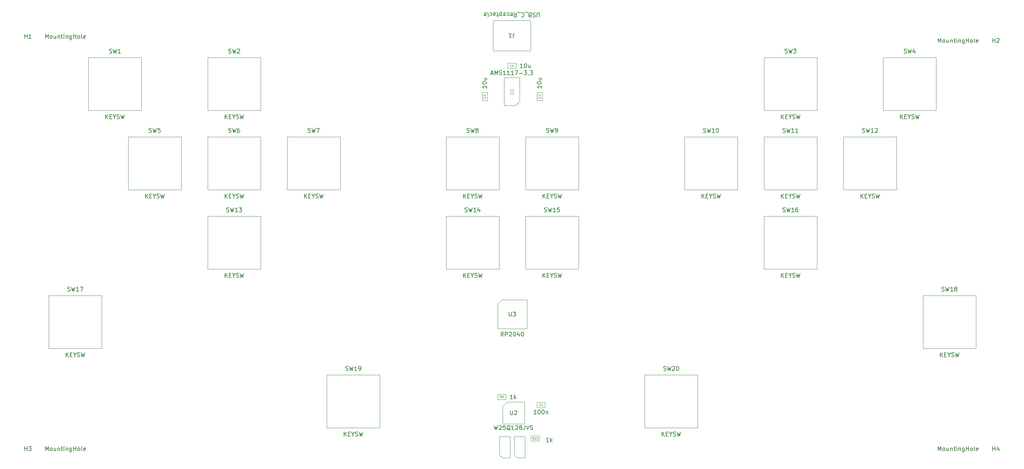
<source format=gbr>
%TF.GenerationSoftware,KiCad,Pcbnew,7.0.7*%
%TF.CreationDate,2023-10-06T06:03:55+09:00*%
%TF.ProjectId,Sixtar-Switch,53697874-6172-42d5-9377-697463682e6b,rev?*%
%TF.SameCoordinates,Original*%
%TF.FileFunction,AssemblyDrawing,Top*%
%FSLAX46Y46*%
G04 Gerber Fmt 4.6, Leading zero omitted, Abs format (unit mm)*
G04 Created by KiCad (PCBNEW 7.0.7) date 2023-10-06 06:03:55*
%MOMM*%
%LPD*%
G01*
G04 APERTURE LIST*
%ADD10C,0.150000*%
%ADD11C,0.080000*%
%ADD12C,0.120000*%
%ADD13C,0.100000*%
G04 APERTURE END LIST*
D10*
X144619048Y-17345180D02*
X144619048Y-16535657D01*
X144619048Y-16535657D02*
X144571429Y-16440419D01*
X144571429Y-16440419D02*
X144523810Y-16392800D01*
X144523810Y-16392800D02*
X144428572Y-16345180D01*
X144428572Y-16345180D02*
X144238096Y-16345180D01*
X144238096Y-16345180D02*
X144142858Y-16392800D01*
X144142858Y-16392800D02*
X144095239Y-16440419D01*
X144095239Y-16440419D02*
X144047620Y-16535657D01*
X144047620Y-16535657D02*
X144047620Y-17345180D01*
X143619048Y-16392800D02*
X143476191Y-16345180D01*
X143476191Y-16345180D02*
X143238096Y-16345180D01*
X143238096Y-16345180D02*
X143142858Y-16392800D01*
X143142858Y-16392800D02*
X143095239Y-16440419D01*
X143095239Y-16440419D02*
X143047620Y-16535657D01*
X143047620Y-16535657D02*
X143047620Y-16630895D01*
X143047620Y-16630895D02*
X143095239Y-16726133D01*
X143095239Y-16726133D02*
X143142858Y-16773752D01*
X143142858Y-16773752D02*
X143238096Y-16821371D01*
X143238096Y-16821371D02*
X143428572Y-16868990D01*
X143428572Y-16868990D02*
X143523810Y-16916609D01*
X143523810Y-16916609D02*
X143571429Y-16964228D01*
X143571429Y-16964228D02*
X143619048Y-17059466D01*
X143619048Y-17059466D02*
X143619048Y-17154704D01*
X143619048Y-17154704D02*
X143571429Y-17249942D01*
X143571429Y-17249942D02*
X143523810Y-17297561D01*
X143523810Y-17297561D02*
X143428572Y-17345180D01*
X143428572Y-17345180D02*
X143190477Y-17345180D01*
X143190477Y-17345180D02*
X143047620Y-17297561D01*
X142285715Y-16868990D02*
X142142858Y-16821371D01*
X142142858Y-16821371D02*
X142095239Y-16773752D01*
X142095239Y-16773752D02*
X142047620Y-16678514D01*
X142047620Y-16678514D02*
X142047620Y-16535657D01*
X142047620Y-16535657D02*
X142095239Y-16440419D01*
X142095239Y-16440419D02*
X142142858Y-16392800D01*
X142142858Y-16392800D02*
X142238096Y-16345180D01*
X142238096Y-16345180D02*
X142619048Y-16345180D01*
X142619048Y-16345180D02*
X142619048Y-17345180D01*
X142619048Y-17345180D02*
X142285715Y-17345180D01*
X142285715Y-17345180D02*
X142190477Y-17297561D01*
X142190477Y-17297561D02*
X142142858Y-17249942D01*
X142142858Y-17249942D02*
X142095239Y-17154704D01*
X142095239Y-17154704D02*
X142095239Y-17059466D01*
X142095239Y-17059466D02*
X142142858Y-16964228D01*
X142142858Y-16964228D02*
X142190477Y-16916609D01*
X142190477Y-16916609D02*
X142285715Y-16868990D01*
X142285715Y-16868990D02*
X142619048Y-16868990D01*
X141857144Y-16249942D02*
X141095239Y-16249942D01*
X140285715Y-16440419D02*
X140333334Y-16392800D01*
X140333334Y-16392800D02*
X140476191Y-16345180D01*
X140476191Y-16345180D02*
X140571429Y-16345180D01*
X140571429Y-16345180D02*
X140714286Y-16392800D01*
X140714286Y-16392800D02*
X140809524Y-16488038D01*
X140809524Y-16488038D02*
X140857143Y-16583276D01*
X140857143Y-16583276D02*
X140904762Y-16773752D01*
X140904762Y-16773752D02*
X140904762Y-16916609D01*
X140904762Y-16916609D02*
X140857143Y-17107085D01*
X140857143Y-17107085D02*
X140809524Y-17202323D01*
X140809524Y-17202323D02*
X140714286Y-17297561D01*
X140714286Y-17297561D02*
X140571429Y-17345180D01*
X140571429Y-17345180D02*
X140476191Y-17345180D01*
X140476191Y-17345180D02*
X140333334Y-17297561D01*
X140333334Y-17297561D02*
X140285715Y-17249942D01*
X140095239Y-16249942D02*
X139333334Y-16249942D01*
X138523810Y-16345180D02*
X138857143Y-16821371D01*
X139095238Y-16345180D02*
X139095238Y-17345180D01*
X139095238Y-17345180D02*
X138714286Y-17345180D01*
X138714286Y-17345180D02*
X138619048Y-17297561D01*
X138619048Y-17297561D02*
X138571429Y-17249942D01*
X138571429Y-17249942D02*
X138523810Y-17154704D01*
X138523810Y-17154704D02*
X138523810Y-17011847D01*
X138523810Y-17011847D02*
X138571429Y-16916609D01*
X138571429Y-16916609D02*
X138619048Y-16868990D01*
X138619048Y-16868990D02*
X138714286Y-16821371D01*
X138714286Y-16821371D02*
X139095238Y-16821371D01*
X137714286Y-16392800D02*
X137809524Y-16345180D01*
X137809524Y-16345180D02*
X138000000Y-16345180D01*
X138000000Y-16345180D02*
X138095238Y-16392800D01*
X138095238Y-16392800D02*
X138142857Y-16488038D01*
X138142857Y-16488038D02*
X138142857Y-16868990D01*
X138142857Y-16868990D02*
X138095238Y-16964228D01*
X138095238Y-16964228D02*
X138000000Y-17011847D01*
X138000000Y-17011847D02*
X137809524Y-17011847D01*
X137809524Y-17011847D02*
X137714286Y-16964228D01*
X137714286Y-16964228D02*
X137666667Y-16868990D01*
X137666667Y-16868990D02*
X137666667Y-16773752D01*
X137666667Y-16773752D02*
X138142857Y-16678514D01*
X136809524Y-16392800D02*
X136904762Y-16345180D01*
X136904762Y-16345180D02*
X137095238Y-16345180D01*
X137095238Y-16345180D02*
X137190476Y-16392800D01*
X137190476Y-16392800D02*
X137238095Y-16440419D01*
X137238095Y-16440419D02*
X137285714Y-16535657D01*
X137285714Y-16535657D02*
X137285714Y-16821371D01*
X137285714Y-16821371D02*
X137238095Y-16916609D01*
X137238095Y-16916609D02*
X137190476Y-16964228D01*
X137190476Y-16964228D02*
X137095238Y-17011847D01*
X137095238Y-17011847D02*
X136904762Y-17011847D01*
X136904762Y-17011847D02*
X136809524Y-16964228D01*
X136000000Y-16392800D02*
X136095238Y-16345180D01*
X136095238Y-16345180D02*
X136285714Y-16345180D01*
X136285714Y-16345180D02*
X136380952Y-16392800D01*
X136380952Y-16392800D02*
X136428571Y-16488038D01*
X136428571Y-16488038D02*
X136428571Y-16868990D01*
X136428571Y-16868990D02*
X136380952Y-16964228D01*
X136380952Y-16964228D02*
X136285714Y-17011847D01*
X136285714Y-17011847D02*
X136095238Y-17011847D01*
X136095238Y-17011847D02*
X136000000Y-16964228D01*
X136000000Y-16964228D02*
X135952381Y-16868990D01*
X135952381Y-16868990D02*
X135952381Y-16773752D01*
X135952381Y-16773752D02*
X136428571Y-16678514D01*
X135523809Y-17011847D02*
X135523809Y-16011847D01*
X135523809Y-16964228D02*
X135428571Y-17011847D01*
X135428571Y-17011847D02*
X135238095Y-17011847D01*
X135238095Y-17011847D02*
X135142857Y-16964228D01*
X135142857Y-16964228D02*
X135095238Y-16916609D01*
X135095238Y-16916609D02*
X135047619Y-16821371D01*
X135047619Y-16821371D02*
X135047619Y-16535657D01*
X135047619Y-16535657D02*
X135095238Y-16440419D01*
X135095238Y-16440419D02*
X135142857Y-16392800D01*
X135142857Y-16392800D02*
X135238095Y-16345180D01*
X135238095Y-16345180D02*
X135428571Y-16345180D01*
X135428571Y-16345180D02*
X135523809Y-16392800D01*
X134761904Y-17011847D02*
X134380952Y-17011847D01*
X134619047Y-17345180D02*
X134619047Y-16488038D01*
X134619047Y-16488038D02*
X134571428Y-16392800D01*
X134571428Y-16392800D02*
X134476190Y-16345180D01*
X134476190Y-16345180D02*
X134380952Y-16345180D01*
X133619047Y-16345180D02*
X133619047Y-16868990D01*
X133619047Y-16868990D02*
X133666666Y-16964228D01*
X133666666Y-16964228D02*
X133761904Y-17011847D01*
X133761904Y-17011847D02*
X133952380Y-17011847D01*
X133952380Y-17011847D02*
X134047618Y-16964228D01*
X133619047Y-16392800D02*
X133714285Y-16345180D01*
X133714285Y-16345180D02*
X133952380Y-16345180D01*
X133952380Y-16345180D02*
X134047618Y-16392800D01*
X134047618Y-16392800D02*
X134095237Y-16488038D01*
X134095237Y-16488038D02*
X134095237Y-16583276D01*
X134095237Y-16583276D02*
X134047618Y-16678514D01*
X134047618Y-16678514D02*
X133952380Y-16726133D01*
X133952380Y-16726133D02*
X133714285Y-16726133D01*
X133714285Y-16726133D02*
X133619047Y-16773752D01*
X132714285Y-16392800D02*
X132809523Y-16345180D01*
X132809523Y-16345180D02*
X132999999Y-16345180D01*
X132999999Y-16345180D02*
X133095237Y-16392800D01*
X133095237Y-16392800D02*
X133142856Y-16440419D01*
X133142856Y-16440419D02*
X133190475Y-16535657D01*
X133190475Y-16535657D02*
X133190475Y-16821371D01*
X133190475Y-16821371D02*
X133142856Y-16916609D01*
X133142856Y-16916609D02*
X133095237Y-16964228D01*
X133095237Y-16964228D02*
X132999999Y-17011847D01*
X132999999Y-17011847D02*
X132809523Y-17011847D01*
X132809523Y-17011847D02*
X132714285Y-16964228D01*
X132142856Y-16345180D02*
X132238094Y-16392800D01*
X132238094Y-16392800D02*
X132285713Y-16488038D01*
X132285713Y-16488038D02*
X132285713Y-17345180D01*
X131380951Y-16392800D02*
X131476189Y-16345180D01*
X131476189Y-16345180D02*
X131666665Y-16345180D01*
X131666665Y-16345180D02*
X131761903Y-16392800D01*
X131761903Y-16392800D02*
X131809522Y-16488038D01*
X131809522Y-16488038D02*
X131809522Y-16868990D01*
X131809522Y-16868990D02*
X131761903Y-16964228D01*
X131761903Y-16964228D02*
X131666665Y-17011847D01*
X131666665Y-17011847D02*
X131476189Y-17011847D01*
X131476189Y-17011847D02*
X131380951Y-16964228D01*
X131380951Y-16964228D02*
X131333332Y-16868990D01*
X131333332Y-16868990D02*
X131333332Y-16773752D01*
X131333332Y-16773752D02*
X131809522Y-16678514D01*
X138333333Y-22345180D02*
X138333333Y-21630895D01*
X138333333Y-21630895D02*
X138380952Y-21488038D01*
X138380952Y-21488038D02*
X138476190Y-21392800D01*
X138476190Y-21392800D02*
X138619047Y-21345180D01*
X138619047Y-21345180D02*
X138714285Y-21345180D01*
X137333333Y-21345180D02*
X137904761Y-21345180D01*
X137619047Y-21345180D02*
X137619047Y-22345180D01*
X137619047Y-22345180D02*
X137714285Y-22202323D01*
X137714285Y-22202323D02*
X137809523Y-22107085D01*
X137809523Y-22107085D02*
X137904761Y-22059466D01*
X136004761Y-93974819D02*
X135671428Y-93498628D01*
X135433333Y-93974819D02*
X135433333Y-92974819D01*
X135433333Y-92974819D02*
X135814285Y-92974819D01*
X135814285Y-92974819D02*
X135909523Y-93022438D01*
X135909523Y-93022438D02*
X135957142Y-93070057D01*
X135957142Y-93070057D02*
X136004761Y-93165295D01*
X136004761Y-93165295D02*
X136004761Y-93308152D01*
X136004761Y-93308152D02*
X135957142Y-93403390D01*
X135957142Y-93403390D02*
X135909523Y-93451009D01*
X135909523Y-93451009D02*
X135814285Y-93498628D01*
X135814285Y-93498628D02*
X135433333Y-93498628D01*
X136433333Y-93974819D02*
X136433333Y-92974819D01*
X136433333Y-92974819D02*
X136814285Y-92974819D01*
X136814285Y-92974819D02*
X136909523Y-93022438D01*
X136909523Y-93022438D02*
X136957142Y-93070057D01*
X136957142Y-93070057D02*
X137004761Y-93165295D01*
X137004761Y-93165295D02*
X137004761Y-93308152D01*
X137004761Y-93308152D02*
X136957142Y-93403390D01*
X136957142Y-93403390D02*
X136909523Y-93451009D01*
X136909523Y-93451009D02*
X136814285Y-93498628D01*
X136814285Y-93498628D02*
X136433333Y-93498628D01*
X137385714Y-93070057D02*
X137433333Y-93022438D01*
X137433333Y-93022438D02*
X137528571Y-92974819D01*
X137528571Y-92974819D02*
X137766666Y-92974819D01*
X137766666Y-92974819D02*
X137861904Y-93022438D01*
X137861904Y-93022438D02*
X137909523Y-93070057D01*
X137909523Y-93070057D02*
X137957142Y-93165295D01*
X137957142Y-93165295D02*
X137957142Y-93260533D01*
X137957142Y-93260533D02*
X137909523Y-93403390D01*
X137909523Y-93403390D02*
X137338095Y-93974819D01*
X137338095Y-93974819D02*
X137957142Y-93974819D01*
X138576190Y-92974819D02*
X138671428Y-92974819D01*
X138671428Y-92974819D02*
X138766666Y-93022438D01*
X138766666Y-93022438D02*
X138814285Y-93070057D01*
X138814285Y-93070057D02*
X138861904Y-93165295D01*
X138861904Y-93165295D02*
X138909523Y-93355771D01*
X138909523Y-93355771D02*
X138909523Y-93593866D01*
X138909523Y-93593866D02*
X138861904Y-93784342D01*
X138861904Y-93784342D02*
X138814285Y-93879580D01*
X138814285Y-93879580D02*
X138766666Y-93927200D01*
X138766666Y-93927200D02*
X138671428Y-93974819D01*
X138671428Y-93974819D02*
X138576190Y-93974819D01*
X138576190Y-93974819D02*
X138480952Y-93927200D01*
X138480952Y-93927200D02*
X138433333Y-93879580D01*
X138433333Y-93879580D02*
X138385714Y-93784342D01*
X138385714Y-93784342D02*
X138338095Y-93593866D01*
X138338095Y-93593866D02*
X138338095Y-93355771D01*
X138338095Y-93355771D02*
X138385714Y-93165295D01*
X138385714Y-93165295D02*
X138433333Y-93070057D01*
X138433333Y-93070057D02*
X138480952Y-93022438D01*
X138480952Y-93022438D02*
X138576190Y-92974819D01*
X139766666Y-93308152D02*
X139766666Y-93974819D01*
X139528571Y-92927200D02*
X139290476Y-93641485D01*
X139290476Y-93641485D02*
X139909523Y-93641485D01*
X140480952Y-92974819D02*
X140576190Y-92974819D01*
X140576190Y-92974819D02*
X140671428Y-93022438D01*
X140671428Y-93022438D02*
X140719047Y-93070057D01*
X140719047Y-93070057D02*
X140766666Y-93165295D01*
X140766666Y-93165295D02*
X140814285Y-93355771D01*
X140814285Y-93355771D02*
X140814285Y-93593866D01*
X140814285Y-93593866D02*
X140766666Y-93784342D01*
X140766666Y-93784342D02*
X140719047Y-93879580D01*
X140719047Y-93879580D02*
X140671428Y-93927200D01*
X140671428Y-93927200D02*
X140576190Y-93974819D01*
X140576190Y-93974819D02*
X140480952Y-93974819D01*
X140480952Y-93974819D02*
X140385714Y-93927200D01*
X140385714Y-93927200D02*
X140338095Y-93879580D01*
X140338095Y-93879580D02*
X140290476Y-93784342D01*
X140290476Y-93784342D02*
X140242857Y-93593866D01*
X140242857Y-93593866D02*
X140242857Y-93355771D01*
X140242857Y-93355771D02*
X140290476Y-93165295D01*
X140290476Y-93165295D02*
X140338095Y-93070057D01*
X140338095Y-93070057D02*
X140385714Y-93022438D01*
X140385714Y-93022438D02*
X140480952Y-92974819D01*
X137338095Y-88154819D02*
X137338095Y-88964342D01*
X137338095Y-88964342D02*
X137385714Y-89059580D01*
X137385714Y-89059580D02*
X137433333Y-89107200D01*
X137433333Y-89107200D02*
X137528571Y-89154819D01*
X137528571Y-89154819D02*
X137719047Y-89154819D01*
X137719047Y-89154819D02*
X137814285Y-89107200D01*
X137814285Y-89107200D02*
X137861904Y-89059580D01*
X137861904Y-89059580D02*
X137909523Y-88964342D01*
X137909523Y-88964342D02*
X137909523Y-88154819D01*
X138290476Y-88154819D02*
X138909523Y-88154819D01*
X138909523Y-88154819D02*
X138576190Y-88535771D01*
X138576190Y-88535771D02*
X138719047Y-88535771D01*
X138719047Y-88535771D02*
X138814285Y-88583390D01*
X138814285Y-88583390D02*
X138861904Y-88631009D01*
X138861904Y-88631009D02*
X138909523Y-88726247D01*
X138909523Y-88726247D02*
X138909523Y-88964342D01*
X138909523Y-88964342D02*
X138861904Y-89059580D01*
X138861904Y-89059580D02*
X138814285Y-89107200D01*
X138814285Y-89107200D02*
X138719047Y-89154819D01*
X138719047Y-89154819D02*
X138433333Y-89154819D01*
X138433333Y-89154819D02*
X138338095Y-89107200D01*
X138338095Y-89107200D02*
X138290476Y-89059580D01*
X40665774Y-41760694D02*
X40665774Y-40760694D01*
X41237202Y-41760694D02*
X40808631Y-41189265D01*
X41237202Y-40760694D02*
X40665774Y-41332122D01*
X41665774Y-41236884D02*
X41999107Y-41236884D01*
X42141964Y-41760694D02*
X41665774Y-41760694D01*
X41665774Y-41760694D02*
X41665774Y-40760694D01*
X41665774Y-40760694D02*
X42141964Y-40760694D01*
X42761012Y-41284503D02*
X42761012Y-41760694D01*
X42427679Y-40760694D02*
X42761012Y-41284503D01*
X42761012Y-41284503D02*
X43094345Y-40760694D01*
X43380060Y-41713075D02*
X43522917Y-41760694D01*
X43522917Y-41760694D02*
X43761012Y-41760694D01*
X43761012Y-41760694D02*
X43856250Y-41713075D01*
X43856250Y-41713075D02*
X43903869Y-41665455D01*
X43903869Y-41665455D02*
X43951488Y-41570217D01*
X43951488Y-41570217D02*
X43951488Y-41474979D01*
X43951488Y-41474979D02*
X43903869Y-41379741D01*
X43903869Y-41379741D02*
X43856250Y-41332122D01*
X43856250Y-41332122D02*
X43761012Y-41284503D01*
X43761012Y-41284503D02*
X43570536Y-41236884D01*
X43570536Y-41236884D02*
X43475298Y-41189265D01*
X43475298Y-41189265D02*
X43427679Y-41141646D01*
X43427679Y-41141646D02*
X43380060Y-41046408D01*
X43380060Y-41046408D02*
X43380060Y-40951170D01*
X43380060Y-40951170D02*
X43427679Y-40855932D01*
X43427679Y-40855932D02*
X43475298Y-40808313D01*
X43475298Y-40808313D02*
X43570536Y-40760694D01*
X43570536Y-40760694D02*
X43808631Y-40760694D01*
X43808631Y-40760694D02*
X43951488Y-40808313D01*
X44284822Y-40760694D02*
X44522917Y-41760694D01*
X44522917Y-41760694D02*
X44713393Y-41046408D01*
X44713393Y-41046408D02*
X44903869Y-41760694D01*
X44903869Y-41760694D02*
X45141965Y-40760694D01*
X41522917Y-25965075D02*
X41665774Y-26012694D01*
X41665774Y-26012694D02*
X41903869Y-26012694D01*
X41903869Y-26012694D02*
X41999107Y-25965075D01*
X41999107Y-25965075D02*
X42046726Y-25917455D01*
X42046726Y-25917455D02*
X42094345Y-25822217D01*
X42094345Y-25822217D02*
X42094345Y-25726979D01*
X42094345Y-25726979D02*
X42046726Y-25631741D01*
X42046726Y-25631741D02*
X41999107Y-25584122D01*
X41999107Y-25584122D02*
X41903869Y-25536503D01*
X41903869Y-25536503D02*
X41713393Y-25488884D01*
X41713393Y-25488884D02*
X41618155Y-25441265D01*
X41618155Y-25441265D02*
X41570536Y-25393646D01*
X41570536Y-25393646D02*
X41522917Y-25298408D01*
X41522917Y-25298408D02*
X41522917Y-25203170D01*
X41522917Y-25203170D02*
X41570536Y-25107932D01*
X41570536Y-25107932D02*
X41618155Y-25060313D01*
X41618155Y-25060313D02*
X41713393Y-25012694D01*
X41713393Y-25012694D02*
X41951488Y-25012694D01*
X41951488Y-25012694D02*
X42094345Y-25060313D01*
X42427679Y-25012694D02*
X42665774Y-26012694D01*
X42665774Y-26012694D02*
X42856250Y-25298408D01*
X42856250Y-25298408D02*
X43046726Y-26012694D01*
X43046726Y-26012694D02*
X43284822Y-25012694D01*
X44189583Y-26012694D02*
X43618155Y-26012694D01*
X43903869Y-26012694D02*
X43903869Y-25012694D01*
X43903869Y-25012694D02*
X43808631Y-25155551D01*
X43808631Y-25155551D02*
X43713393Y-25250789D01*
X43713393Y-25250789D02*
X43618155Y-25298408D01*
X126390774Y-60810694D02*
X126390774Y-59810694D01*
X126962202Y-60810694D02*
X126533631Y-60239265D01*
X126962202Y-59810694D02*
X126390774Y-60382122D01*
X127390774Y-60286884D02*
X127724107Y-60286884D01*
X127866964Y-60810694D02*
X127390774Y-60810694D01*
X127390774Y-60810694D02*
X127390774Y-59810694D01*
X127390774Y-59810694D02*
X127866964Y-59810694D01*
X128486012Y-60334503D02*
X128486012Y-60810694D01*
X128152679Y-59810694D02*
X128486012Y-60334503D01*
X128486012Y-60334503D02*
X128819345Y-59810694D01*
X129105060Y-60763075D02*
X129247917Y-60810694D01*
X129247917Y-60810694D02*
X129486012Y-60810694D01*
X129486012Y-60810694D02*
X129581250Y-60763075D01*
X129581250Y-60763075D02*
X129628869Y-60715455D01*
X129628869Y-60715455D02*
X129676488Y-60620217D01*
X129676488Y-60620217D02*
X129676488Y-60524979D01*
X129676488Y-60524979D02*
X129628869Y-60429741D01*
X129628869Y-60429741D02*
X129581250Y-60382122D01*
X129581250Y-60382122D02*
X129486012Y-60334503D01*
X129486012Y-60334503D02*
X129295536Y-60286884D01*
X129295536Y-60286884D02*
X129200298Y-60239265D01*
X129200298Y-60239265D02*
X129152679Y-60191646D01*
X129152679Y-60191646D02*
X129105060Y-60096408D01*
X129105060Y-60096408D02*
X129105060Y-60001170D01*
X129105060Y-60001170D02*
X129152679Y-59905932D01*
X129152679Y-59905932D02*
X129200298Y-59858313D01*
X129200298Y-59858313D02*
X129295536Y-59810694D01*
X129295536Y-59810694D02*
X129533631Y-59810694D01*
X129533631Y-59810694D02*
X129676488Y-59858313D01*
X130009822Y-59810694D02*
X130247917Y-60810694D01*
X130247917Y-60810694D02*
X130438393Y-60096408D01*
X130438393Y-60096408D02*
X130628869Y-60810694D01*
X130628869Y-60810694D02*
X130866965Y-59810694D01*
X127247917Y-45015075D02*
X127390774Y-45062694D01*
X127390774Y-45062694D02*
X127628869Y-45062694D01*
X127628869Y-45062694D02*
X127724107Y-45015075D01*
X127724107Y-45015075D02*
X127771726Y-44967455D01*
X127771726Y-44967455D02*
X127819345Y-44872217D01*
X127819345Y-44872217D02*
X127819345Y-44776979D01*
X127819345Y-44776979D02*
X127771726Y-44681741D01*
X127771726Y-44681741D02*
X127724107Y-44634122D01*
X127724107Y-44634122D02*
X127628869Y-44586503D01*
X127628869Y-44586503D02*
X127438393Y-44538884D01*
X127438393Y-44538884D02*
X127343155Y-44491265D01*
X127343155Y-44491265D02*
X127295536Y-44443646D01*
X127295536Y-44443646D02*
X127247917Y-44348408D01*
X127247917Y-44348408D02*
X127247917Y-44253170D01*
X127247917Y-44253170D02*
X127295536Y-44157932D01*
X127295536Y-44157932D02*
X127343155Y-44110313D01*
X127343155Y-44110313D02*
X127438393Y-44062694D01*
X127438393Y-44062694D02*
X127676488Y-44062694D01*
X127676488Y-44062694D02*
X127819345Y-44110313D01*
X128152679Y-44062694D02*
X128390774Y-45062694D01*
X128390774Y-45062694D02*
X128581250Y-44348408D01*
X128581250Y-44348408D02*
X128771726Y-45062694D01*
X128771726Y-45062694D02*
X129009822Y-44062694D01*
X129533631Y-44491265D02*
X129438393Y-44443646D01*
X129438393Y-44443646D02*
X129390774Y-44396027D01*
X129390774Y-44396027D02*
X129343155Y-44300789D01*
X129343155Y-44300789D02*
X129343155Y-44253170D01*
X129343155Y-44253170D02*
X129390774Y-44157932D01*
X129390774Y-44157932D02*
X129438393Y-44110313D01*
X129438393Y-44110313D02*
X129533631Y-44062694D01*
X129533631Y-44062694D02*
X129724107Y-44062694D01*
X129724107Y-44062694D02*
X129819345Y-44110313D01*
X129819345Y-44110313D02*
X129866964Y-44157932D01*
X129866964Y-44157932D02*
X129914583Y-44253170D01*
X129914583Y-44253170D02*
X129914583Y-44300789D01*
X129914583Y-44300789D02*
X129866964Y-44396027D01*
X129866964Y-44396027D02*
X129819345Y-44443646D01*
X129819345Y-44443646D02*
X129724107Y-44491265D01*
X129724107Y-44491265D02*
X129533631Y-44491265D01*
X129533631Y-44491265D02*
X129438393Y-44538884D01*
X129438393Y-44538884D02*
X129390774Y-44586503D01*
X129390774Y-44586503D02*
X129343155Y-44681741D01*
X129343155Y-44681741D02*
X129343155Y-44872217D01*
X129343155Y-44872217D02*
X129390774Y-44967455D01*
X129390774Y-44967455D02*
X129438393Y-45015075D01*
X129438393Y-45015075D02*
X129533631Y-45062694D01*
X129533631Y-45062694D02*
X129724107Y-45062694D01*
X129724107Y-45062694D02*
X129819345Y-45015075D01*
X129819345Y-45015075D02*
X129866964Y-44967455D01*
X129866964Y-44967455D02*
X129914583Y-44872217D01*
X129914583Y-44872217D02*
X129914583Y-44681741D01*
X129914583Y-44681741D02*
X129866964Y-44586503D01*
X129866964Y-44586503D02*
X129819345Y-44538884D01*
X129819345Y-44538884D02*
X129724107Y-44491265D01*
X26214285Y-22454819D02*
X26214285Y-21454819D01*
X26214285Y-21454819D02*
X26547618Y-22169104D01*
X26547618Y-22169104D02*
X26880951Y-21454819D01*
X26880951Y-21454819D02*
X26880951Y-22454819D01*
X27499999Y-22454819D02*
X27404761Y-22407200D01*
X27404761Y-22407200D02*
X27357142Y-22359580D01*
X27357142Y-22359580D02*
X27309523Y-22264342D01*
X27309523Y-22264342D02*
X27309523Y-21978628D01*
X27309523Y-21978628D02*
X27357142Y-21883390D01*
X27357142Y-21883390D02*
X27404761Y-21835771D01*
X27404761Y-21835771D02*
X27499999Y-21788152D01*
X27499999Y-21788152D02*
X27642856Y-21788152D01*
X27642856Y-21788152D02*
X27738094Y-21835771D01*
X27738094Y-21835771D02*
X27785713Y-21883390D01*
X27785713Y-21883390D02*
X27833332Y-21978628D01*
X27833332Y-21978628D02*
X27833332Y-22264342D01*
X27833332Y-22264342D02*
X27785713Y-22359580D01*
X27785713Y-22359580D02*
X27738094Y-22407200D01*
X27738094Y-22407200D02*
X27642856Y-22454819D01*
X27642856Y-22454819D02*
X27499999Y-22454819D01*
X28690475Y-21788152D02*
X28690475Y-22454819D01*
X28261904Y-21788152D02*
X28261904Y-22311961D01*
X28261904Y-22311961D02*
X28309523Y-22407200D01*
X28309523Y-22407200D02*
X28404761Y-22454819D01*
X28404761Y-22454819D02*
X28547618Y-22454819D01*
X28547618Y-22454819D02*
X28642856Y-22407200D01*
X28642856Y-22407200D02*
X28690475Y-22359580D01*
X29166666Y-21788152D02*
X29166666Y-22454819D01*
X29166666Y-21883390D02*
X29214285Y-21835771D01*
X29214285Y-21835771D02*
X29309523Y-21788152D01*
X29309523Y-21788152D02*
X29452380Y-21788152D01*
X29452380Y-21788152D02*
X29547618Y-21835771D01*
X29547618Y-21835771D02*
X29595237Y-21931009D01*
X29595237Y-21931009D02*
X29595237Y-22454819D01*
X29928571Y-21788152D02*
X30309523Y-21788152D01*
X30071428Y-21454819D02*
X30071428Y-22311961D01*
X30071428Y-22311961D02*
X30119047Y-22407200D01*
X30119047Y-22407200D02*
X30214285Y-22454819D01*
X30214285Y-22454819D02*
X30309523Y-22454819D01*
X30642857Y-22454819D02*
X30642857Y-21788152D01*
X30642857Y-21454819D02*
X30595238Y-21502438D01*
X30595238Y-21502438D02*
X30642857Y-21550057D01*
X30642857Y-21550057D02*
X30690476Y-21502438D01*
X30690476Y-21502438D02*
X30642857Y-21454819D01*
X30642857Y-21454819D02*
X30642857Y-21550057D01*
X31119047Y-21788152D02*
X31119047Y-22454819D01*
X31119047Y-21883390D02*
X31166666Y-21835771D01*
X31166666Y-21835771D02*
X31261904Y-21788152D01*
X31261904Y-21788152D02*
X31404761Y-21788152D01*
X31404761Y-21788152D02*
X31499999Y-21835771D01*
X31499999Y-21835771D02*
X31547618Y-21931009D01*
X31547618Y-21931009D02*
X31547618Y-22454819D01*
X32452380Y-21788152D02*
X32452380Y-22597676D01*
X32452380Y-22597676D02*
X32404761Y-22692914D01*
X32404761Y-22692914D02*
X32357142Y-22740533D01*
X32357142Y-22740533D02*
X32261904Y-22788152D01*
X32261904Y-22788152D02*
X32119047Y-22788152D01*
X32119047Y-22788152D02*
X32023809Y-22740533D01*
X32452380Y-22407200D02*
X32357142Y-22454819D01*
X32357142Y-22454819D02*
X32166666Y-22454819D01*
X32166666Y-22454819D02*
X32071428Y-22407200D01*
X32071428Y-22407200D02*
X32023809Y-22359580D01*
X32023809Y-22359580D02*
X31976190Y-22264342D01*
X31976190Y-22264342D02*
X31976190Y-21978628D01*
X31976190Y-21978628D02*
X32023809Y-21883390D01*
X32023809Y-21883390D02*
X32071428Y-21835771D01*
X32071428Y-21835771D02*
X32166666Y-21788152D01*
X32166666Y-21788152D02*
X32357142Y-21788152D01*
X32357142Y-21788152D02*
X32452380Y-21835771D01*
X32928571Y-22454819D02*
X32928571Y-21454819D01*
X32928571Y-21931009D02*
X33499999Y-21931009D01*
X33499999Y-22454819D02*
X33499999Y-21454819D01*
X34119047Y-22454819D02*
X34023809Y-22407200D01*
X34023809Y-22407200D02*
X33976190Y-22359580D01*
X33976190Y-22359580D02*
X33928571Y-22264342D01*
X33928571Y-22264342D02*
X33928571Y-21978628D01*
X33928571Y-21978628D02*
X33976190Y-21883390D01*
X33976190Y-21883390D02*
X34023809Y-21835771D01*
X34023809Y-21835771D02*
X34119047Y-21788152D01*
X34119047Y-21788152D02*
X34261904Y-21788152D01*
X34261904Y-21788152D02*
X34357142Y-21835771D01*
X34357142Y-21835771D02*
X34404761Y-21883390D01*
X34404761Y-21883390D02*
X34452380Y-21978628D01*
X34452380Y-21978628D02*
X34452380Y-22264342D01*
X34452380Y-22264342D02*
X34404761Y-22359580D01*
X34404761Y-22359580D02*
X34357142Y-22407200D01*
X34357142Y-22407200D02*
X34261904Y-22454819D01*
X34261904Y-22454819D02*
X34119047Y-22454819D01*
X35023809Y-22454819D02*
X34928571Y-22407200D01*
X34928571Y-22407200D02*
X34880952Y-22311961D01*
X34880952Y-22311961D02*
X34880952Y-21454819D01*
X35785714Y-22407200D02*
X35690476Y-22454819D01*
X35690476Y-22454819D02*
X35500000Y-22454819D01*
X35500000Y-22454819D02*
X35404762Y-22407200D01*
X35404762Y-22407200D02*
X35357143Y-22311961D01*
X35357143Y-22311961D02*
X35357143Y-21931009D01*
X35357143Y-21931009D02*
X35404762Y-21835771D01*
X35404762Y-21835771D02*
X35500000Y-21788152D01*
X35500000Y-21788152D02*
X35690476Y-21788152D01*
X35690476Y-21788152D02*
X35785714Y-21835771D01*
X35785714Y-21835771D02*
X35833333Y-21931009D01*
X35833333Y-21931009D02*
X35833333Y-22026247D01*
X35833333Y-22026247D02*
X35357143Y-22121485D01*
X21238095Y-22454819D02*
X21238095Y-21454819D01*
X21238095Y-21931009D02*
X21809523Y-21931009D01*
X21809523Y-22454819D02*
X21809523Y-21454819D01*
X22809523Y-22454819D02*
X22238095Y-22454819D01*
X22523809Y-22454819D02*
X22523809Y-21454819D01*
X22523809Y-21454819D02*
X22428571Y-21597676D01*
X22428571Y-21597676D02*
X22333333Y-21692914D01*
X22333333Y-21692914D02*
X22238095Y-21740533D01*
X126390774Y-79860694D02*
X126390774Y-78860694D01*
X126962202Y-79860694D02*
X126533631Y-79289265D01*
X126962202Y-78860694D02*
X126390774Y-79432122D01*
X127390774Y-79336884D02*
X127724107Y-79336884D01*
X127866964Y-79860694D02*
X127390774Y-79860694D01*
X127390774Y-79860694D02*
X127390774Y-78860694D01*
X127390774Y-78860694D02*
X127866964Y-78860694D01*
X128486012Y-79384503D02*
X128486012Y-79860694D01*
X128152679Y-78860694D02*
X128486012Y-79384503D01*
X128486012Y-79384503D02*
X128819345Y-78860694D01*
X129105060Y-79813075D02*
X129247917Y-79860694D01*
X129247917Y-79860694D02*
X129486012Y-79860694D01*
X129486012Y-79860694D02*
X129581250Y-79813075D01*
X129581250Y-79813075D02*
X129628869Y-79765455D01*
X129628869Y-79765455D02*
X129676488Y-79670217D01*
X129676488Y-79670217D02*
X129676488Y-79574979D01*
X129676488Y-79574979D02*
X129628869Y-79479741D01*
X129628869Y-79479741D02*
X129581250Y-79432122D01*
X129581250Y-79432122D02*
X129486012Y-79384503D01*
X129486012Y-79384503D02*
X129295536Y-79336884D01*
X129295536Y-79336884D02*
X129200298Y-79289265D01*
X129200298Y-79289265D02*
X129152679Y-79241646D01*
X129152679Y-79241646D02*
X129105060Y-79146408D01*
X129105060Y-79146408D02*
X129105060Y-79051170D01*
X129105060Y-79051170D02*
X129152679Y-78955932D01*
X129152679Y-78955932D02*
X129200298Y-78908313D01*
X129200298Y-78908313D02*
X129295536Y-78860694D01*
X129295536Y-78860694D02*
X129533631Y-78860694D01*
X129533631Y-78860694D02*
X129676488Y-78908313D01*
X130009822Y-78860694D02*
X130247917Y-79860694D01*
X130247917Y-79860694D02*
X130438393Y-79146408D01*
X130438393Y-79146408D02*
X130628869Y-79860694D01*
X130628869Y-79860694D02*
X130866965Y-78860694D01*
X126771726Y-64065075D02*
X126914583Y-64112694D01*
X126914583Y-64112694D02*
X127152678Y-64112694D01*
X127152678Y-64112694D02*
X127247916Y-64065075D01*
X127247916Y-64065075D02*
X127295535Y-64017455D01*
X127295535Y-64017455D02*
X127343154Y-63922217D01*
X127343154Y-63922217D02*
X127343154Y-63826979D01*
X127343154Y-63826979D02*
X127295535Y-63731741D01*
X127295535Y-63731741D02*
X127247916Y-63684122D01*
X127247916Y-63684122D02*
X127152678Y-63636503D01*
X127152678Y-63636503D02*
X126962202Y-63588884D01*
X126962202Y-63588884D02*
X126866964Y-63541265D01*
X126866964Y-63541265D02*
X126819345Y-63493646D01*
X126819345Y-63493646D02*
X126771726Y-63398408D01*
X126771726Y-63398408D02*
X126771726Y-63303170D01*
X126771726Y-63303170D02*
X126819345Y-63207932D01*
X126819345Y-63207932D02*
X126866964Y-63160313D01*
X126866964Y-63160313D02*
X126962202Y-63112694D01*
X126962202Y-63112694D02*
X127200297Y-63112694D01*
X127200297Y-63112694D02*
X127343154Y-63160313D01*
X127676488Y-63112694D02*
X127914583Y-64112694D01*
X127914583Y-64112694D02*
X128105059Y-63398408D01*
X128105059Y-63398408D02*
X128295535Y-64112694D01*
X128295535Y-64112694D02*
X128533631Y-63112694D01*
X129438392Y-64112694D02*
X128866964Y-64112694D01*
X129152678Y-64112694D02*
X129152678Y-63112694D01*
X129152678Y-63112694D02*
X129057440Y-63255551D01*
X129057440Y-63255551D02*
X128962202Y-63350789D01*
X128962202Y-63350789D02*
X128866964Y-63398408D01*
X130295535Y-63446027D02*
X130295535Y-64112694D01*
X130057440Y-63065075D02*
X129819345Y-63779360D01*
X129819345Y-63779360D02*
X130438392Y-63779360D01*
X145084819Y-33832857D02*
X145084819Y-34404285D01*
X145084819Y-34118571D02*
X144084819Y-34118571D01*
X144084819Y-34118571D02*
X144227676Y-34213809D01*
X144227676Y-34213809D02*
X144322914Y-34309047D01*
X144322914Y-34309047D02*
X144370533Y-34404285D01*
X144084819Y-33213809D02*
X144084819Y-33118571D01*
X144084819Y-33118571D02*
X144132438Y-33023333D01*
X144132438Y-33023333D02*
X144180057Y-32975714D01*
X144180057Y-32975714D02*
X144275295Y-32928095D01*
X144275295Y-32928095D02*
X144465771Y-32880476D01*
X144465771Y-32880476D02*
X144703866Y-32880476D01*
X144703866Y-32880476D02*
X144894342Y-32928095D01*
X144894342Y-32928095D02*
X144989580Y-32975714D01*
X144989580Y-32975714D02*
X145037200Y-33023333D01*
X145037200Y-33023333D02*
X145084819Y-33118571D01*
X145084819Y-33118571D02*
X145084819Y-33213809D01*
X145084819Y-33213809D02*
X145037200Y-33309047D01*
X145037200Y-33309047D02*
X144989580Y-33356666D01*
X144989580Y-33356666D02*
X144894342Y-33404285D01*
X144894342Y-33404285D02*
X144703866Y-33451904D01*
X144703866Y-33451904D02*
X144465771Y-33451904D01*
X144465771Y-33451904D02*
X144275295Y-33404285D01*
X144275295Y-33404285D02*
X144180057Y-33356666D01*
X144180057Y-33356666D02*
X144132438Y-33309047D01*
X144132438Y-33309047D02*
X144084819Y-33213809D01*
X144418152Y-32023333D02*
X145084819Y-32023333D01*
X144418152Y-32451904D02*
X144941961Y-32451904D01*
X144941961Y-32451904D02*
X145037200Y-32404285D01*
X145037200Y-32404285D02*
X145084819Y-32309047D01*
X145084819Y-32309047D02*
X145084819Y-32166190D01*
X145084819Y-32166190D02*
X145037200Y-32070952D01*
X145037200Y-32070952D02*
X144989580Y-32023333D01*
D11*
X144809530Y-36483333D02*
X144833340Y-36507142D01*
X144833340Y-36507142D02*
X144857149Y-36578571D01*
X144857149Y-36578571D02*
X144857149Y-36626190D01*
X144857149Y-36626190D02*
X144833340Y-36697618D01*
X144833340Y-36697618D02*
X144785720Y-36745237D01*
X144785720Y-36745237D02*
X144738101Y-36769047D01*
X144738101Y-36769047D02*
X144642863Y-36792856D01*
X144642863Y-36792856D02*
X144571435Y-36792856D01*
X144571435Y-36792856D02*
X144476197Y-36769047D01*
X144476197Y-36769047D02*
X144428578Y-36745237D01*
X144428578Y-36745237D02*
X144380959Y-36697618D01*
X144380959Y-36697618D02*
X144357149Y-36626190D01*
X144357149Y-36626190D02*
X144357149Y-36578571D01*
X144357149Y-36578571D02*
X144380959Y-36507142D01*
X144380959Y-36507142D02*
X144404768Y-36483333D01*
X144404768Y-36292856D02*
X144380959Y-36269047D01*
X144380959Y-36269047D02*
X144357149Y-36221428D01*
X144357149Y-36221428D02*
X144357149Y-36102380D01*
X144357149Y-36102380D02*
X144380959Y-36054761D01*
X144380959Y-36054761D02*
X144404768Y-36030952D01*
X144404768Y-36030952D02*
X144452387Y-36007142D01*
X144452387Y-36007142D02*
X144500006Y-36007142D01*
X144500006Y-36007142D02*
X144571435Y-36030952D01*
X144571435Y-36030952D02*
X144857149Y-36316666D01*
X144857149Y-36316666D02*
X144857149Y-36007142D01*
D10*
X202590774Y-79860694D02*
X202590774Y-78860694D01*
X203162202Y-79860694D02*
X202733631Y-79289265D01*
X203162202Y-78860694D02*
X202590774Y-79432122D01*
X203590774Y-79336884D02*
X203924107Y-79336884D01*
X204066964Y-79860694D02*
X203590774Y-79860694D01*
X203590774Y-79860694D02*
X203590774Y-78860694D01*
X203590774Y-78860694D02*
X204066964Y-78860694D01*
X204686012Y-79384503D02*
X204686012Y-79860694D01*
X204352679Y-78860694D02*
X204686012Y-79384503D01*
X204686012Y-79384503D02*
X205019345Y-78860694D01*
X205305060Y-79813075D02*
X205447917Y-79860694D01*
X205447917Y-79860694D02*
X205686012Y-79860694D01*
X205686012Y-79860694D02*
X205781250Y-79813075D01*
X205781250Y-79813075D02*
X205828869Y-79765455D01*
X205828869Y-79765455D02*
X205876488Y-79670217D01*
X205876488Y-79670217D02*
X205876488Y-79574979D01*
X205876488Y-79574979D02*
X205828869Y-79479741D01*
X205828869Y-79479741D02*
X205781250Y-79432122D01*
X205781250Y-79432122D02*
X205686012Y-79384503D01*
X205686012Y-79384503D02*
X205495536Y-79336884D01*
X205495536Y-79336884D02*
X205400298Y-79289265D01*
X205400298Y-79289265D02*
X205352679Y-79241646D01*
X205352679Y-79241646D02*
X205305060Y-79146408D01*
X205305060Y-79146408D02*
X205305060Y-79051170D01*
X205305060Y-79051170D02*
X205352679Y-78955932D01*
X205352679Y-78955932D02*
X205400298Y-78908313D01*
X205400298Y-78908313D02*
X205495536Y-78860694D01*
X205495536Y-78860694D02*
X205733631Y-78860694D01*
X205733631Y-78860694D02*
X205876488Y-78908313D01*
X206209822Y-78860694D02*
X206447917Y-79860694D01*
X206447917Y-79860694D02*
X206638393Y-79146408D01*
X206638393Y-79146408D02*
X206828869Y-79860694D01*
X206828869Y-79860694D02*
X207066965Y-78860694D01*
X202971726Y-64065075D02*
X203114583Y-64112694D01*
X203114583Y-64112694D02*
X203352678Y-64112694D01*
X203352678Y-64112694D02*
X203447916Y-64065075D01*
X203447916Y-64065075D02*
X203495535Y-64017455D01*
X203495535Y-64017455D02*
X203543154Y-63922217D01*
X203543154Y-63922217D02*
X203543154Y-63826979D01*
X203543154Y-63826979D02*
X203495535Y-63731741D01*
X203495535Y-63731741D02*
X203447916Y-63684122D01*
X203447916Y-63684122D02*
X203352678Y-63636503D01*
X203352678Y-63636503D02*
X203162202Y-63588884D01*
X203162202Y-63588884D02*
X203066964Y-63541265D01*
X203066964Y-63541265D02*
X203019345Y-63493646D01*
X203019345Y-63493646D02*
X202971726Y-63398408D01*
X202971726Y-63398408D02*
X202971726Y-63303170D01*
X202971726Y-63303170D02*
X203019345Y-63207932D01*
X203019345Y-63207932D02*
X203066964Y-63160313D01*
X203066964Y-63160313D02*
X203162202Y-63112694D01*
X203162202Y-63112694D02*
X203400297Y-63112694D01*
X203400297Y-63112694D02*
X203543154Y-63160313D01*
X203876488Y-63112694D02*
X204114583Y-64112694D01*
X204114583Y-64112694D02*
X204305059Y-63398408D01*
X204305059Y-63398408D02*
X204495535Y-64112694D01*
X204495535Y-64112694D02*
X204733631Y-63112694D01*
X205638392Y-64112694D02*
X205066964Y-64112694D01*
X205352678Y-64112694D02*
X205352678Y-63112694D01*
X205352678Y-63112694D02*
X205257440Y-63255551D01*
X205257440Y-63255551D02*
X205162202Y-63350789D01*
X205162202Y-63350789D02*
X205066964Y-63398408D01*
X206495535Y-63112694D02*
X206305059Y-63112694D01*
X206305059Y-63112694D02*
X206209821Y-63160313D01*
X206209821Y-63160313D02*
X206162202Y-63207932D01*
X206162202Y-63207932D02*
X206066964Y-63350789D01*
X206066964Y-63350789D02*
X206019345Y-63541265D01*
X206019345Y-63541265D02*
X206019345Y-63922217D01*
X206019345Y-63922217D02*
X206066964Y-64017455D01*
X206066964Y-64017455D02*
X206114583Y-64065075D01*
X206114583Y-64065075D02*
X206209821Y-64112694D01*
X206209821Y-64112694D02*
X206400297Y-64112694D01*
X206400297Y-64112694D02*
X206495535Y-64065075D01*
X206495535Y-64065075D02*
X206543154Y-64017455D01*
X206543154Y-64017455D02*
X206590773Y-63922217D01*
X206590773Y-63922217D02*
X206590773Y-63684122D01*
X206590773Y-63684122D02*
X206543154Y-63588884D01*
X206543154Y-63588884D02*
X206495535Y-63541265D01*
X206495535Y-63541265D02*
X206400297Y-63493646D01*
X206400297Y-63493646D02*
X206209821Y-63493646D01*
X206209821Y-63493646D02*
X206114583Y-63541265D01*
X206114583Y-63541265D02*
X206066964Y-63588884D01*
X206066964Y-63588884D02*
X206019345Y-63684122D01*
X146830952Y-119304819D02*
X146259524Y-119304819D01*
X146545238Y-119304819D02*
X146545238Y-118304819D01*
X146545238Y-118304819D02*
X146450000Y-118447676D01*
X146450000Y-118447676D02*
X146354762Y-118542914D01*
X146354762Y-118542914D02*
X146259524Y-118590533D01*
X147259524Y-119304819D02*
X147259524Y-118304819D01*
X147354762Y-118923866D02*
X147640476Y-119304819D01*
X147640476Y-118638152D02*
X147259524Y-119019104D01*
D11*
X143278571Y-118727149D02*
X143111905Y-118489054D01*
X142992857Y-118727149D02*
X142992857Y-118227149D01*
X142992857Y-118227149D02*
X143183333Y-118227149D01*
X143183333Y-118227149D02*
X143230952Y-118250959D01*
X143230952Y-118250959D02*
X143254762Y-118274768D01*
X143254762Y-118274768D02*
X143278571Y-118322387D01*
X143278571Y-118322387D02*
X143278571Y-118393816D01*
X143278571Y-118393816D02*
X143254762Y-118441435D01*
X143254762Y-118441435D02*
X143230952Y-118465244D01*
X143230952Y-118465244D02*
X143183333Y-118489054D01*
X143183333Y-118489054D02*
X142992857Y-118489054D01*
X143754762Y-118727149D02*
X143469048Y-118727149D01*
X143611905Y-118727149D02*
X143611905Y-118227149D01*
X143611905Y-118227149D02*
X143564286Y-118298578D01*
X143564286Y-118298578D02*
X143516667Y-118346197D01*
X143516667Y-118346197D02*
X143469048Y-118370006D01*
X144064285Y-118227149D02*
X144111904Y-118227149D01*
X144111904Y-118227149D02*
X144159523Y-118250959D01*
X144159523Y-118250959D02*
X144183333Y-118274768D01*
X144183333Y-118274768D02*
X144207142Y-118322387D01*
X144207142Y-118322387D02*
X144230952Y-118417625D01*
X144230952Y-118417625D02*
X144230952Y-118536673D01*
X144230952Y-118536673D02*
X144207142Y-118631911D01*
X144207142Y-118631911D02*
X144183333Y-118679530D01*
X144183333Y-118679530D02*
X144159523Y-118703340D01*
X144159523Y-118703340D02*
X144111904Y-118727149D01*
X144111904Y-118727149D02*
X144064285Y-118727149D01*
X144064285Y-118727149D02*
X144016666Y-118703340D01*
X144016666Y-118703340D02*
X143992857Y-118679530D01*
X143992857Y-118679530D02*
X143969047Y-118631911D01*
X143969047Y-118631911D02*
X143945238Y-118536673D01*
X143945238Y-118536673D02*
X143945238Y-118417625D01*
X143945238Y-118417625D02*
X143969047Y-118322387D01*
X143969047Y-118322387D02*
X143992857Y-118274768D01*
X143992857Y-118274768D02*
X144016666Y-118250959D01*
X144016666Y-118250959D02*
X144064285Y-118227149D01*
D10*
X240690774Y-98910694D02*
X240690774Y-97910694D01*
X241262202Y-98910694D02*
X240833631Y-98339265D01*
X241262202Y-97910694D02*
X240690774Y-98482122D01*
X241690774Y-98386884D02*
X242024107Y-98386884D01*
X242166964Y-98910694D02*
X241690774Y-98910694D01*
X241690774Y-98910694D02*
X241690774Y-97910694D01*
X241690774Y-97910694D02*
X242166964Y-97910694D01*
X242786012Y-98434503D02*
X242786012Y-98910694D01*
X242452679Y-97910694D02*
X242786012Y-98434503D01*
X242786012Y-98434503D02*
X243119345Y-97910694D01*
X243405060Y-98863075D02*
X243547917Y-98910694D01*
X243547917Y-98910694D02*
X243786012Y-98910694D01*
X243786012Y-98910694D02*
X243881250Y-98863075D01*
X243881250Y-98863075D02*
X243928869Y-98815455D01*
X243928869Y-98815455D02*
X243976488Y-98720217D01*
X243976488Y-98720217D02*
X243976488Y-98624979D01*
X243976488Y-98624979D02*
X243928869Y-98529741D01*
X243928869Y-98529741D02*
X243881250Y-98482122D01*
X243881250Y-98482122D02*
X243786012Y-98434503D01*
X243786012Y-98434503D02*
X243595536Y-98386884D01*
X243595536Y-98386884D02*
X243500298Y-98339265D01*
X243500298Y-98339265D02*
X243452679Y-98291646D01*
X243452679Y-98291646D02*
X243405060Y-98196408D01*
X243405060Y-98196408D02*
X243405060Y-98101170D01*
X243405060Y-98101170D02*
X243452679Y-98005932D01*
X243452679Y-98005932D02*
X243500298Y-97958313D01*
X243500298Y-97958313D02*
X243595536Y-97910694D01*
X243595536Y-97910694D02*
X243833631Y-97910694D01*
X243833631Y-97910694D02*
X243976488Y-97958313D01*
X244309822Y-97910694D02*
X244547917Y-98910694D01*
X244547917Y-98910694D02*
X244738393Y-98196408D01*
X244738393Y-98196408D02*
X244928869Y-98910694D01*
X244928869Y-98910694D02*
X245166965Y-97910694D01*
X241071726Y-83115075D02*
X241214583Y-83162694D01*
X241214583Y-83162694D02*
X241452678Y-83162694D01*
X241452678Y-83162694D02*
X241547916Y-83115075D01*
X241547916Y-83115075D02*
X241595535Y-83067455D01*
X241595535Y-83067455D02*
X241643154Y-82972217D01*
X241643154Y-82972217D02*
X241643154Y-82876979D01*
X241643154Y-82876979D02*
X241595535Y-82781741D01*
X241595535Y-82781741D02*
X241547916Y-82734122D01*
X241547916Y-82734122D02*
X241452678Y-82686503D01*
X241452678Y-82686503D02*
X241262202Y-82638884D01*
X241262202Y-82638884D02*
X241166964Y-82591265D01*
X241166964Y-82591265D02*
X241119345Y-82543646D01*
X241119345Y-82543646D02*
X241071726Y-82448408D01*
X241071726Y-82448408D02*
X241071726Y-82353170D01*
X241071726Y-82353170D02*
X241119345Y-82257932D01*
X241119345Y-82257932D02*
X241166964Y-82210313D01*
X241166964Y-82210313D02*
X241262202Y-82162694D01*
X241262202Y-82162694D02*
X241500297Y-82162694D01*
X241500297Y-82162694D02*
X241643154Y-82210313D01*
X241976488Y-82162694D02*
X242214583Y-83162694D01*
X242214583Y-83162694D02*
X242405059Y-82448408D01*
X242405059Y-82448408D02*
X242595535Y-83162694D01*
X242595535Y-83162694D02*
X242833631Y-82162694D01*
X243738392Y-83162694D02*
X243166964Y-83162694D01*
X243452678Y-83162694D02*
X243452678Y-82162694D01*
X243452678Y-82162694D02*
X243357440Y-82305551D01*
X243357440Y-82305551D02*
X243262202Y-82400789D01*
X243262202Y-82400789D02*
X243166964Y-82448408D01*
X244309821Y-82591265D02*
X244214583Y-82543646D01*
X244214583Y-82543646D02*
X244166964Y-82496027D01*
X244166964Y-82496027D02*
X244119345Y-82400789D01*
X244119345Y-82400789D02*
X244119345Y-82353170D01*
X244119345Y-82353170D02*
X244166964Y-82257932D01*
X244166964Y-82257932D02*
X244214583Y-82210313D01*
X244214583Y-82210313D02*
X244309821Y-82162694D01*
X244309821Y-82162694D02*
X244500297Y-82162694D01*
X244500297Y-82162694D02*
X244595535Y-82210313D01*
X244595535Y-82210313D02*
X244643154Y-82257932D01*
X244643154Y-82257932D02*
X244690773Y-82353170D01*
X244690773Y-82353170D02*
X244690773Y-82400789D01*
X244690773Y-82400789D02*
X244643154Y-82496027D01*
X244643154Y-82496027D02*
X244595535Y-82543646D01*
X244595535Y-82543646D02*
X244500297Y-82591265D01*
X244500297Y-82591265D02*
X244309821Y-82591265D01*
X244309821Y-82591265D02*
X244214583Y-82638884D01*
X244214583Y-82638884D02*
X244166964Y-82686503D01*
X244166964Y-82686503D02*
X244119345Y-82781741D01*
X244119345Y-82781741D02*
X244119345Y-82972217D01*
X244119345Y-82972217D02*
X244166964Y-83067455D01*
X244166964Y-83067455D02*
X244214583Y-83115075D01*
X244214583Y-83115075D02*
X244309821Y-83162694D01*
X244309821Y-83162694D02*
X244500297Y-83162694D01*
X244500297Y-83162694D02*
X244595535Y-83115075D01*
X244595535Y-83115075D02*
X244643154Y-83067455D01*
X244643154Y-83067455D02*
X244690773Y-82972217D01*
X244690773Y-82972217D02*
X244690773Y-82781741D01*
X244690773Y-82781741D02*
X244643154Y-82686503D01*
X244643154Y-82686503D02*
X244595535Y-82638884D01*
X244595535Y-82638884D02*
X244500297Y-82591265D01*
X88290774Y-60810694D02*
X88290774Y-59810694D01*
X88862202Y-60810694D02*
X88433631Y-60239265D01*
X88862202Y-59810694D02*
X88290774Y-60382122D01*
X89290774Y-60286884D02*
X89624107Y-60286884D01*
X89766964Y-60810694D02*
X89290774Y-60810694D01*
X89290774Y-60810694D02*
X89290774Y-59810694D01*
X89290774Y-59810694D02*
X89766964Y-59810694D01*
X90386012Y-60334503D02*
X90386012Y-60810694D01*
X90052679Y-59810694D02*
X90386012Y-60334503D01*
X90386012Y-60334503D02*
X90719345Y-59810694D01*
X91005060Y-60763075D02*
X91147917Y-60810694D01*
X91147917Y-60810694D02*
X91386012Y-60810694D01*
X91386012Y-60810694D02*
X91481250Y-60763075D01*
X91481250Y-60763075D02*
X91528869Y-60715455D01*
X91528869Y-60715455D02*
X91576488Y-60620217D01*
X91576488Y-60620217D02*
X91576488Y-60524979D01*
X91576488Y-60524979D02*
X91528869Y-60429741D01*
X91528869Y-60429741D02*
X91481250Y-60382122D01*
X91481250Y-60382122D02*
X91386012Y-60334503D01*
X91386012Y-60334503D02*
X91195536Y-60286884D01*
X91195536Y-60286884D02*
X91100298Y-60239265D01*
X91100298Y-60239265D02*
X91052679Y-60191646D01*
X91052679Y-60191646D02*
X91005060Y-60096408D01*
X91005060Y-60096408D02*
X91005060Y-60001170D01*
X91005060Y-60001170D02*
X91052679Y-59905932D01*
X91052679Y-59905932D02*
X91100298Y-59858313D01*
X91100298Y-59858313D02*
X91195536Y-59810694D01*
X91195536Y-59810694D02*
X91433631Y-59810694D01*
X91433631Y-59810694D02*
X91576488Y-59858313D01*
X91909822Y-59810694D02*
X92147917Y-60810694D01*
X92147917Y-60810694D02*
X92338393Y-60096408D01*
X92338393Y-60096408D02*
X92528869Y-60810694D01*
X92528869Y-60810694D02*
X92766965Y-59810694D01*
X89147917Y-45015075D02*
X89290774Y-45062694D01*
X89290774Y-45062694D02*
X89528869Y-45062694D01*
X89528869Y-45062694D02*
X89624107Y-45015075D01*
X89624107Y-45015075D02*
X89671726Y-44967455D01*
X89671726Y-44967455D02*
X89719345Y-44872217D01*
X89719345Y-44872217D02*
X89719345Y-44776979D01*
X89719345Y-44776979D02*
X89671726Y-44681741D01*
X89671726Y-44681741D02*
X89624107Y-44634122D01*
X89624107Y-44634122D02*
X89528869Y-44586503D01*
X89528869Y-44586503D02*
X89338393Y-44538884D01*
X89338393Y-44538884D02*
X89243155Y-44491265D01*
X89243155Y-44491265D02*
X89195536Y-44443646D01*
X89195536Y-44443646D02*
X89147917Y-44348408D01*
X89147917Y-44348408D02*
X89147917Y-44253170D01*
X89147917Y-44253170D02*
X89195536Y-44157932D01*
X89195536Y-44157932D02*
X89243155Y-44110313D01*
X89243155Y-44110313D02*
X89338393Y-44062694D01*
X89338393Y-44062694D02*
X89576488Y-44062694D01*
X89576488Y-44062694D02*
X89719345Y-44110313D01*
X90052679Y-44062694D02*
X90290774Y-45062694D01*
X90290774Y-45062694D02*
X90481250Y-44348408D01*
X90481250Y-44348408D02*
X90671726Y-45062694D01*
X90671726Y-45062694D02*
X90909822Y-44062694D01*
X91195536Y-44062694D02*
X91862202Y-44062694D01*
X91862202Y-44062694D02*
X91433631Y-45062694D01*
X240214285Y-23454819D02*
X240214285Y-22454819D01*
X240214285Y-22454819D02*
X240547618Y-23169104D01*
X240547618Y-23169104D02*
X240880951Y-22454819D01*
X240880951Y-22454819D02*
X240880951Y-23454819D01*
X241499999Y-23454819D02*
X241404761Y-23407200D01*
X241404761Y-23407200D02*
X241357142Y-23359580D01*
X241357142Y-23359580D02*
X241309523Y-23264342D01*
X241309523Y-23264342D02*
X241309523Y-22978628D01*
X241309523Y-22978628D02*
X241357142Y-22883390D01*
X241357142Y-22883390D02*
X241404761Y-22835771D01*
X241404761Y-22835771D02*
X241499999Y-22788152D01*
X241499999Y-22788152D02*
X241642856Y-22788152D01*
X241642856Y-22788152D02*
X241738094Y-22835771D01*
X241738094Y-22835771D02*
X241785713Y-22883390D01*
X241785713Y-22883390D02*
X241833332Y-22978628D01*
X241833332Y-22978628D02*
X241833332Y-23264342D01*
X241833332Y-23264342D02*
X241785713Y-23359580D01*
X241785713Y-23359580D02*
X241738094Y-23407200D01*
X241738094Y-23407200D02*
X241642856Y-23454819D01*
X241642856Y-23454819D02*
X241499999Y-23454819D01*
X242690475Y-22788152D02*
X242690475Y-23454819D01*
X242261904Y-22788152D02*
X242261904Y-23311961D01*
X242261904Y-23311961D02*
X242309523Y-23407200D01*
X242309523Y-23407200D02*
X242404761Y-23454819D01*
X242404761Y-23454819D02*
X242547618Y-23454819D01*
X242547618Y-23454819D02*
X242642856Y-23407200D01*
X242642856Y-23407200D02*
X242690475Y-23359580D01*
X243166666Y-22788152D02*
X243166666Y-23454819D01*
X243166666Y-22883390D02*
X243214285Y-22835771D01*
X243214285Y-22835771D02*
X243309523Y-22788152D01*
X243309523Y-22788152D02*
X243452380Y-22788152D01*
X243452380Y-22788152D02*
X243547618Y-22835771D01*
X243547618Y-22835771D02*
X243595237Y-22931009D01*
X243595237Y-22931009D02*
X243595237Y-23454819D01*
X243928571Y-22788152D02*
X244309523Y-22788152D01*
X244071428Y-22454819D02*
X244071428Y-23311961D01*
X244071428Y-23311961D02*
X244119047Y-23407200D01*
X244119047Y-23407200D02*
X244214285Y-23454819D01*
X244214285Y-23454819D02*
X244309523Y-23454819D01*
X244642857Y-23454819D02*
X244642857Y-22788152D01*
X244642857Y-22454819D02*
X244595238Y-22502438D01*
X244595238Y-22502438D02*
X244642857Y-22550057D01*
X244642857Y-22550057D02*
X244690476Y-22502438D01*
X244690476Y-22502438D02*
X244642857Y-22454819D01*
X244642857Y-22454819D02*
X244642857Y-22550057D01*
X245119047Y-22788152D02*
X245119047Y-23454819D01*
X245119047Y-22883390D02*
X245166666Y-22835771D01*
X245166666Y-22835771D02*
X245261904Y-22788152D01*
X245261904Y-22788152D02*
X245404761Y-22788152D01*
X245404761Y-22788152D02*
X245499999Y-22835771D01*
X245499999Y-22835771D02*
X245547618Y-22931009D01*
X245547618Y-22931009D02*
X245547618Y-23454819D01*
X246452380Y-22788152D02*
X246452380Y-23597676D01*
X246452380Y-23597676D02*
X246404761Y-23692914D01*
X246404761Y-23692914D02*
X246357142Y-23740533D01*
X246357142Y-23740533D02*
X246261904Y-23788152D01*
X246261904Y-23788152D02*
X246119047Y-23788152D01*
X246119047Y-23788152D02*
X246023809Y-23740533D01*
X246452380Y-23407200D02*
X246357142Y-23454819D01*
X246357142Y-23454819D02*
X246166666Y-23454819D01*
X246166666Y-23454819D02*
X246071428Y-23407200D01*
X246071428Y-23407200D02*
X246023809Y-23359580D01*
X246023809Y-23359580D02*
X245976190Y-23264342D01*
X245976190Y-23264342D02*
X245976190Y-22978628D01*
X245976190Y-22978628D02*
X246023809Y-22883390D01*
X246023809Y-22883390D02*
X246071428Y-22835771D01*
X246071428Y-22835771D02*
X246166666Y-22788152D01*
X246166666Y-22788152D02*
X246357142Y-22788152D01*
X246357142Y-22788152D02*
X246452380Y-22835771D01*
X246928571Y-23454819D02*
X246928571Y-22454819D01*
X246928571Y-22931009D02*
X247499999Y-22931009D01*
X247499999Y-23454819D02*
X247499999Y-22454819D01*
X248119047Y-23454819D02*
X248023809Y-23407200D01*
X248023809Y-23407200D02*
X247976190Y-23359580D01*
X247976190Y-23359580D02*
X247928571Y-23264342D01*
X247928571Y-23264342D02*
X247928571Y-22978628D01*
X247928571Y-22978628D02*
X247976190Y-22883390D01*
X247976190Y-22883390D02*
X248023809Y-22835771D01*
X248023809Y-22835771D02*
X248119047Y-22788152D01*
X248119047Y-22788152D02*
X248261904Y-22788152D01*
X248261904Y-22788152D02*
X248357142Y-22835771D01*
X248357142Y-22835771D02*
X248404761Y-22883390D01*
X248404761Y-22883390D02*
X248452380Y-22978628D01*
X248452380Y-22978628D02*
X248452380Y-23264342D01*
X248452380Y-23264342D02*
X248404761Y-23359580D01*
X248404761Y-23359580D02*
X248357142Y-23407200D01*
X248357142Y-23407200D02*
X248261904Y-23454819D01*
X248261904Y-23454819D02*
X248119047Y-23454819D01*
X249023809Y-23454819D02*
X248928571Y-23407200D01*
X248928571Y-23407200D02*
X248880952Y-23311961D01*
X248880952Y-23311961D02*
X248880952Y-22454819D01*
X249785714Y-23407200D02*
X249690476Y-23454819D01*
X249690476Y-23454819D02*
X249500000Y-23454819D01*
X249500000Y-23454819D02*
X249404762Y-23407200D01*
X249404762Y-23407200D02*
X249357143Y-23311961D01*
X249357143Y-23311961D02*
X249357143Y-22931009D01*
X249357143Y-22931009D02*
X249404762Y-22835771D01*
X249404762Y-22835771D02*
X249500000Y-22788152D01*
X249500000Y-22788152D02*
X249690476Y-22788152D01*
X249690476Y-22788152D02*
X249785714Y-22835771D01*
X249785714Y-22835771D02*
X249833333Y-22931009D01*
X249833333Y-22931009D02*
X249833333Y-23026247D01*
X249833333Y-23026247D02*
X249357143Y-23121485D01*
X253238095Y-23454819D02*
X253238095Y-22454819D01*
X253238095Y-22931009D02*
X253809523Y-22931009D01*
X253809523Y-23454819D02*
X253809523Y-22454819D01*
X254238095Y-22550057D02*
X254285714Y-22502438D01*
X254285714Y-22502438D02*
X254380952Y-22454819D01*
X254380952Y-22454819D02*
X254619047Y-22454819D01*
X254619047Y-22454819D02*
X254714285Y-22502438D01*
X254714285Y-22502438D02*
X254761904Y-22550057D01*
X254761904Y-22550057D02*
X254809523Y-22645295D01*
X254809523Y-22645295D02*
X254809523Y-22740533D01*
X254809523Y-22740533D02*
X254761904Y-22883390D01*
X254761904Y-22883390D02*
X254190476Y-23454819D01*
X254190476Y-23454819D02*
X254809523Y-23454819D01*
X143870952Y-112654819D02*
X143299524Y-112654819D01*
X143585238Y-112654819D02*
X143585238Y-111654819D01*
X143585238Y-111654819D02*
X143490000Y-111797676D01*
X143490000Y-111797676D02*
X143394762Y-111892914D01*
X143394762Y-111892914D02*
X143299524Y-111940533D01*
X144490000Y-111654819D02*
X144585238Y-111654819D01*
X144585238Y-111654819D02*
X144680476Y-111702438D01*
X144680476Y-111702438D02*
X144728095Y-111750057D01*
X144728095Y-111750057D02*
X144775714Y-111845295D01*
X144775714Y-111845295D02*
X144823333Y-112035771D01*
X144823333Y-112035771D02*
X144823333Y-112273866D01*
X144823333Y-112273866D02*
X144775714Y-112464342D01*
X144775714Y-112464342D02*
X144728095Y-112559580D01*
X144728095Y-112559580D02*
X144680476Y-112607200D01*
X144680476Y-112607200D02*
X144585238Y-112654819D01*
X144585238Y-112654819D02*
X144490000Y-112654819D01*
X144490000Y-112654819D02*
X144394762Y-112607200D01*
X144394762Y-112607200D02*
X144347143Y-112559580D01*
X144347143Y-112559580D02*
X144299524Y-112464342D01*
X144299524Y-112464342D02*
X144251905Y-112273866D01*
X144251905Y-112273866D02*
X144251905Y-112035771D01*
X144251905Y-112035771D02*
X144299524Y-111845295D01*
X144299524Y-111845295D02*
X144347143Y-111750057D01*
X144347143Y-111750057D02*
X144394762Y-111702438D01*
X144394762Y-111702438D02*
X144490000Y-111654819D01*
X145442381Y-111654819D02*
X145537619Y-111654819D01*
X145537619Y-111654819D02*
X145632857Y-111702438D01*
X145632857Y-111702438D02*
X145680476Y-111750057D01*
X145680476Y-111750057D02*
X145728095Y-111845295D01*
X145728095Y-111845295D02*
X145775714Y-112035771D01*
X145775714Y-112035771D02*
X145775714Y-112273866D01*
X145775714Y-112273866D02*
X145728095Y-112464342D01*
X145728095Y-112464342D02*
X145680476Y-112559580D01*
X145680476Y-112559580D02*
X145632857Y-112607200D01*
X145632857Y-112607200D02*
X145537619Y-112654819D01*
X145537619Y-112654819D02*
X145442381Y-112654819D01*
X145442381Y-112654819D02*
X145347143Y-112607200D01*
X145347143Y-112607200D02*
X145299524Y-112559580D01*
X145299524Y-112559580D02*
X145251905Y-112464342D01*
X145251905Y-112464342D02*
X145204286Y-112273866D01*
X145204286Y-112273866D02*
X145204286Y-112035771D01*
X145204286Y-112035771D02*
X145251905Y-111845295D01*
X145251905Y-111845295D02*
X145299524Y-111750057D01*
X145299524Y-111750057D02*
X145347143Y-111702438D01*
X145347143Y-111702438D02*
X145442381Y-111654819D01*
X146204286Y-111988152D02*
X146204286Y-112654819D01*
X146204286Y-112083390D02*
X146251905Y-112035771D01*
X146251905Y-112035771D02*
X146347143Y-111988152D01*
X146347143Y-111988152D02*
X146490000Y-111988152D01*
X146490000Y-111988152D02*
X146585238Y-112035771D01*
X146585238Y-112035771D02*
X146632857Y-112131009D01*
X146632857Y-112131009D02*
X146632857Y-112654819D01*
D11*
X144906666Y-110699530D02*
X144882857Y-110723340D01*
X144882857Y-110723340D02*
X144811428Y-110747149D01*
X144811428Y-110747149D02*
X144763809Y-110747149D01*
X144763809Y-110747149D02*
X144692381Y-110723340D01*
X144692381Y-110723340D02*
X144644762Y-110675720D01*
X144644762Y-110675720D02*
X144620952Y-110628101D01*
X144620952Y-110628101D02*
X144597143Y-110532863D01*
X144597143Y-110532863D02*
X144597143Y-110461435D01*
X144597143Y-110461435D02*
X144620952Y-110366197D01*
X144620952Y-110366197D02*
X144644762Y-110318578D01*
X144644762Y-110318578D02*
X144692381Y-110270959D01*
X144692381Y-110270959D02*
X144763809Y-110247149D01*
X144763809Y-110247149D02*
X144811428Y-110247149D01*
X144811428Y-110247149D02*
X144882857Y-110270959D01*
X144882857Y-110270959D02*
X144906666Y-110294768D01*
X145335238Y-110413816D02*
X145335238Y-110747149D01*
X145216190Y-110223340D02*
X145097143Y-110580482D01*
X145097143Y-110580482D02*
X145406666Y-110580482D01*
D10*
X202590774Y-41760694D02*
X202590774Y-40760694D01*
X203162202Y-41760694D02*
X202733631Y-41189265D01*
X203162202Y-40760694D02*
X202590774Y-41332122D01*
X203590774Y-41236884D02*
X203924107Y-41236884D01*
X204066964Y-41760694D02*
X203590774Y-41760694D01*
X203590774Y-41760694D02*
X203590774Y-40760694D01*
X203590774Y-40760694D02*
X204066964Y-40760694D01*
X204686012Y-41284503D02*
X204686012Y-41760694D01*
X204352679Y-40760694D02*
X204686012Y-41284503D01*
X204686012Y-41284503D02*
X205019345Y-40760694D01*
X205305060Y-41713075D02*
X205447917Y-41760694D01*
X205447917Y-41760694D02*
X205686012Y-41760694D01*
X205686012Y-41760694D02*
X205781250Y-41713075D01*
X205781250Y-41713075D02*
X205828869Y-41665455D01*
X205828869Y-41665455D02*
X205876488Y-41570217D01*
X205876488Y-41570217D02*
X205876488Y-41474979D01*
X205876488Y-41474979D02*
X205828869Y-41379741D01*
X205828869Y-41379741D02*
X205781250Y-41332122D01*
X205781250Y-41332122D02*
X205686012Y-41284503D01*
X205686012Y-41284503D02*
X205495536Y-41236884D01*
X205495536Y-41236884D02*
X205400298Y-41189265D01*
X205400298Y-41189265D02*
X205352679Y-41141646D01*
X205352679Y-41141646D02*
X205305060Y-41046408D01*
X205305060Y-41046408D02*
X205305060Y-40951170D01*
X205305060Y-40951170D02*
X205352679Y-40855932D01*
X205352679Y-40855932D02*
X205400298Y-40808313D01*
X205400298Y-40808313D02*
X205495536Y-40760694D01*
X205495536Y-40760694D02*
X205733631Y-40760694D01*
X205733631Y-40760694D02*
X205876488Y-40808313D01*
X206209822Y-40760694D02*
X206447917Y-41760694D01*
X206447917Y-41760694D02*
X206638393Y-41046408D01*
X206638393Y-41046408D02*
X206828869Y-41760694D01*
X206828869Y-41760694D02*
X207066965Y-40760694D01*
X203447917Y-25965075D02*
X203590774Y-26012694D01*
X203590774Y-26012694D02*
X203828869Y-26012694D01*
X203828869Y-26012694D02*
X203924107Y-25965075D01*
X203924107Y-25965075D02*
X203971726Y-25917455D01*
X203971726Y-25917455D02*
X204019345Y-25822217D01*
X204019345Y-25822217D02*
X204019345Y-25726979D01*
X204019345Y-25726979D02*
X203971726Y-25631741D01*
X203971726Y-25631741D02*
X203924107Y-25584122D01*
X203924107Y-25584122D02*
X203828869Y-25536503D01*
X203828869Y-25536503D02*
X203638393Y-25488884D01*
X203638393Y-25488884D02*
X203543155Y-25441265D01*
X203543155Y-25441265D02*
X203495536Y-25393646D01*
X203495536Y-25393646D02*
X203447917Y-25298408D01*
X203447917Y-25298408D02*
X203447917Y-25203170D01*
X203447917Y-25203170D02*
X203495536Y-25107932D01*
X203495536Y-25107932D02*
X203543155Y-25060313D01*
X203543155Y-25060313D02*
X203638393Y-25012694D01*
X203638393Y-25012694D02*
X203876488Y-25012694D01*
X203876488Y-25012694D02*
X204019345Y-25060313D01*
X204352679Y-25012694D02*
X204590774Y-26012694D01*
X204590774Y-26012694D02*
X204781250Y-25298408D01*
X204781250Y-25298408D02*
X204971726Y-26012694D01*
X204971726Y-26012694D02*
X205209822Y-25012694D01*
X205495536Y-25012694D02*
X206114583Y-25012694D01*
X206114583Y-25012694D02*
X205781250Y-25393646D01*
X205781250Y-25393646D02*
X205924107Y-25393646D01*
X205924107Y-25393646D02*
X206019345Y-25441265D01*
X206019345Y-25441265D02*
X206066964Y-25488884D01*
X206066964Y-25488884D02*
X206114583Y-25584122D01*
X206114583Y-25584122D02*
X206114583Y-25822217D01*
X206114583Y-25822217D02*
X206066964Y-25917455D01*
X206066964Y-25917455D02*
X206019345Y-25965075D01*
X206019345Y-25965075D02*
X205924107Y-26012694D01*
X205924107Y-26012694D02*
X205638393Y-26012694D01*
X205638393Y-26012694D02*
X205543155Y-25965075D01*
X205543155Y-25965075D02*
X205495536Y-25917455D01*
X133000000Y-30919104D02*
X133476190Y-30919104D01*
X132904762Y-31204819D02*
X133238095Y-30204819D01*
X133238095Y-30204819D02*
X133571428Y-31204819D01*
X133904762Y-31204819D02*
X133904762Y-30204819D01*
X133904762Y-30204819D02*
X134238095Y-30919104D01*
X134238095Y-30919104D02*
X134571428Y-30204819D01*
X134571428Y-30204819D02*
X134571428Y-31204819D01*
X135000000Y-31157200D02*
X135142857Y-31204819D01*
X135142857Y-31204819D02*
X135380952Y-31204819D01*
X135380952Y-31204819D02*
X135476190Y-31157200D01*
X135476190Y-31157200D02*
X135523809Y-31109580D01*
X135523809Y-31109580D02*
X135571428Y-31014342D01*
X135571428Y-31014342D02*
X135571428Y-30919104D01*
X135571428Y-30919104D02*
X135523809Y-30823866D01*
X135523809Y-30823866D02*
X135476190Y-30776247D01*
X135476190Y-30776247D02*
X135380952Y-30728628D01*
X135380952Y-30728628D02*
X135190476Y-30681009D01*
X135190476Y-30681009D02*
X135095238Y-30633390D01*
X135095238Y-30633390D02*
X135047619Y-30585771D01*
X135047619Y-30585771D02*
X135000000Y-30490533D01*
X135000000Y-30490533D02*
X135000000Y-30395295D01*
X135000000Y-30395295D02*
X135047619Y-30300057D01*
X135047619Y-30300057D02*
X135095238Y-30252438D01*
X135095238Y-30252438D02*
X135190476Y-30204819D01*
X135190476Y-30204819D02*
X135428571Y-30204819D01*
X135428571Y-30204819D02*
X135571428Y-30252438D01*
X136523809Y-31204819D02*
X135952381Y-31204819D01*
X136238095Y-31204819D02*
X136238095Y-30204819D01*
X136238095Y-30204819D02*
X136142857Y-30347676D01*
X136142857Y-30347676D02*
X136047619Y-30442914D01*
X136047619Y-30442914D02*
X135952381Y-30490533D01*
X137476190Y-31204819D02*
X136904762Y-31204819D01*
X137190476Y-31204819D02*
X137190476Y-30204819D01*
X137190476Y-30204819D02*
X137095238Y-30347676D01*
X137095238Y-30347676D02*
X137000000Y-30442914D01*
X137000000Y-30442914D02*
X136904762Y-30490533D01*
X138428571Y-31204819D02*
X137857143Y-31204819D01*
X138142857Y-31204819D02*
X138142857Y-30204819D01*
X138142857Y-30204819D02*
X138047619Y-30347676D01*
X138047619Y-30347676D02*
X137952381Y-30442914D01*
X137952381Y-30442914D02*
X137857143Y-30490533D01*
X138761905Y-30204819D02*
X139428571Y-30204819D01*
X139428571Y-30204819D02*
X139000000Y-31204819D01*
X139809524Y-30823866D02*
X140571429Y-30823866D01*
X140952381Y-30204819D02*
X141571428Y-30204819D01*
X141571428Y-30204819D02*
X141238095Y-30585771D01*
X141238095Y-30585771D02*
X141380952Y-30585771D01*
X141380952Y-30585771D02*
X141476190Y-30633390D01*
X141476190Y-30633390D02*
X141523809Y-30681009D01*
X141523809Y-30681009D02*
X141571428Y-30776247D01*
X141571428Y-30776247D02*
X141571428Y-31014342D01*
X141571428Y-31014342D02*
X141523809Y-31109580D01*
X141523809Y-31109580D02*
X141476190Y-31157200D01*
X141476190Y-31157200D02*
X141380952Y-31204819D01*
X141380952Y-31204819D02*
X141095238Y-31204819D01*
X141095238Y-31204819D02*
X141000000Y-31157200D01*
X141000000Y-31157200D02*
X140952381Y-31109580D01*
X142000000Y-31109580D02*
X142047619Y-31157200D01*
X142047619Y-31157200D02*
X142000000Y-31204819D01*
X142000000Y-31204819D02*
X141952381Y-31157200D01*
X141952381Y-31157200D02*
X142000000Y-31109580D01*
X142000000Y-31109580D02*
X142000000Y-31204819D01*
X142380952Y-30204819D02*
X142999999Y-30204819D01*
X142999999Y-30204819D02*
X142666666Y-30585771D01*
X142666666Y-30585771D02*
X142809523Y-30585771D01*
X142809523Y-30585771D02*
X142904761Y-30633390D01*
X142904761Y-30633390D02*
X142952380Y-30681009D01*
X142952380Y-30681009D02*
X142999999Y-30776247D01*
X142999999Y-30776247D02*
X142999999Y-31014342D01*
X142999999Y-31014342D02*
X142952380Y-31109580D01*
X142952380Y-31109580D02*
X142904761Y-31157200D01*
X142904761Y-31157200D02*
X142809523Y-31204819D01*
X142809523Y-31204819D02*
X142523809Y-31204819D01*
X142523809Y-31204819D02*
X142428571Y-31157200D01*
X142428571Y-31157200D02*
X142380952Y-31109580D01*
D12*
X137563855Y-35859523D02*
X138211474Y-35859523D01*
X138211474Y-35859523D02*
X138287664Y-35821428D01*
X138287664Y-35821428D02*
X138325760Y-35783333D01*
X138325760Y-35783333D02*
X138363855Y-35707142D01*
X138363855Y-35707142D02*
X138363855Y-35554761D01*
X138363855Y-35554761D02*
X138325760Y-35478571D01*
X138325760Y-35478571D02*
X138287664Y-35440476D01*
X138287664Y-35440476D02*
X138211474Y-35402380D01*
X138211474Y-35402380D02*
X137563855Y-35402380D01*
X138363855Y-34602381D02*
X138363855Y-35059524D01*
X138363855Y-34830952D02*
X137563855Y-34830952D01*
X137563855Y-34830952D02*
X137678140Y-34907143D01*
X137678140Y-34907143D02*
X137754331Y-34983333D01*
X137754331Y-34983333D02*
X137792426Y-35059524D01*
D10*
X97815774Y-117960694D02*
X97815774Y-116960694D01*
X98387202Y-117960694D02*
X97958631Y-117389265D01*
X98387202Y-116960694D02*
X97815774Y-117532122D01*
X98815774Y-117436884D02*
X99149107Y-117436884D01*
X99291964Y-117960694D02*
X98815774Y-117960694D01*
X98815774Y-117960694D02*
X98815774Y-116960694D01*
X98815774Y-116960694D02*
X99291964Y-116960694D01*
X99911012Y-117484503D02*
X99911012Y-117960694D01*
X99577679Y-116960694D02*
X99911012Y-117484503D01*
X99911012Y-117484503D02*
X100244345Y-116960694D01*
X100530060Y-117913075D02*
X100672917Y-117960694D01*
X100672917Y-117960694D02*
X100911012Y-117960694D01*
X100911012Y-117960694D02*
X101006250Y-117913075D01*
X101006250Y-117913075D02*
X101053869Y-117865455D01*
X101053869Y-117865455D02*
X101101488Y-117770217D01*
X101101488Y-117770217D02*
X101101488Y-117674979D01*
X101101488Y-117674979D02*
X101053869Y-117579741D01*
X101053869Y-117579741D02*
X101006250Y-117532122D01*
X101006250Y-117532122D02*
X100911012Y-117484503D01*
X100911012Y-117484503D02*
X100720536Y-117436884D01*
X100720536Y-117436884D02*
X100625298Y-117389265D01*
X100625298Y-117389265D02*
X100577679Y-117341646D01*
X100577679Y-117341646D02*
X100530060Y-117246408D01*
X100530060Y-117246408D02*
X100530060Y-117151170D01*
X100530060Y-117151170D02*
X100577679Y-117055932D01*
X100577679Y-117055932D02*
X100625298Y-117008313D01*
X100625298Y-117008313D02*
X100720536Y-116960694D01*
X100720536Y-116960694D02*
X100958631Y-116960694D01*
X100958631Y-116960694D02*
X101101488Y-117008313D01*
X101434822Y-116960694D02*
X101672917Y-117960694D01*
X101672917Y-117960694D02*
X101863393Y-117246408D01*
X101863393Y-117246408D02*
X102053869Y-117960694D01*
X102053869Y-117960694D02*
X102291965Y-116960694D01*
X98196726Y-102165075D02*
X98339583Y-102212694D01*
X98339583Y-102212694D02*
X98577678Y-102212694D01*
X98577678Y-102212694D02*
X98672916Y-102165075D01*
X98672916Y-102165075D02*
X98720535Y-102117455D01*
X98720535Y-102117455D02*
X98768154Y-102022217D01*
X98768154Y-102022217D02*
X98768154Y-101926979D01*
X98768154Y-101926979D02*
X98720535Y-101831741D01*
X98720535Y-101831741D02*
X98672916Y-101784122D01*
X98672916Y-101784122D02*
X98577678Y-101736503D01*
X98577678Y-101736503D02*
X98387202Y-101688884D01*
X98387202Y-101688884D02*
X98291964Y-101641265D01*
X98291964Y-101641265D02*
X98244345Y-101593646D01*
X98244345Y-101593646D02*
X98196726Y-101498408D01*
X98196726Y-101498408D02*
X98196726Y-101403170D01*
X98196726Y-101403170D02*
X98244345Y-101307932D01*
X98244345Y-101307932D02*
X98291964Y-101260313D01*
X98291964Y-101260313D02*
X98387202Y-101212694D01*
X98387202Y-101212694D02*
X98625297Y-101212694D01*
X98625297Y-101212694D02*
X98768154Y-101260313D01*
X99101488Y-101212694D02*
X99339583Y-102212694D01*
X99339583Y-102212694D02*
X99530059Y-101498408D01*
X99530059Y-101498408D02*
X99720535Y-102212694D01*
X99720535Y-102212694D02*
X99958631Y-101212694D01*
X100863392Y-102212694D02*
X100291964Y-102212694D01*
X100577678Y-102212694D02*
X100577678Y-101212694D01*
X100577678Y-101212694D02*
X100482440Y-101355551D01*
X100482440Y-101355551D02*
X100387202Y-101450789D01*
X100387202Y-101450789D02*
X100291964Y-101498408D01*
X101339583Y-102212694D02*
X101530059Y-102212694D01*
X101530059Y-102212694D02*
X101625297Y-102165075D01*
X101625297Y-102165075D02*
X101672916Y-102117455D01*
X101672916Y-102117455D02*
X101768154Y-101974598D01*
X101768154Y-101974598D02*
X101815773Y-101784122D01*
X101815773Y-101784122D02*
X101815773Y-101403170D01*
X101815773Y-101403170D02*
X101768154Y-101307932D01*
X101768154Y-101307932D02*
X101720535Y-101260313D01*
X101720535Y-101260313D02*
X101625297Y-101212694D01*
X101625297Y-101212694D02*
X101434821Y-101212694D01*
X101434821Y-101212694D02*
X101339583Y-101260313D01*
X101339583Y-101260313D02*
X101291964Y-101307932D01*
X101291964Y-101307932D02*
X101244345Y-101403170D01*
X101244345Y-101403170D02*
X101244345Y-101641265D01*
X101244345Y-101641265D02*
X101291964Y-101736503D01*
X101291964Y-101736503D02*
X101339583Y-101784122D01*
X101339583Y-101784122D02*
X101434821Y-101831741D01*
X101434821Y-101831741D02*
X101625297Y-101831741D01*
X101625297Y-101831741D02*
X101720535Y-101784122D01*
X101720535Y-101784122D02*
X101768154Y-101736503D01*
X101768154Y-101736503D02*
X101815773Y-101641265D01*
X31140774Y-98910694D02*
X31140774Y-97910694D01*
X31712202Y-98910694D02*
X31283631Y-98339265D01*
X31712202Y-97910694D02*
X31140774Y-98482122D01*
X32140774Y-98386884D02*
X32474107Y-98386884D01*
X32616964Y-98910694D02*
X32140774Y-98910694D01*
X32140774Y-98910694D02*
X32140774Y-97910694D01*
X32140774Y-97910694D02*
X32616964Y-97910694D01*
X33236012Y-98434503D02*
X33236012Y-98910694D01*
X32902679Y-97910694D02*
X33236012Y-98434503D01*
X33236012Y-98434503D02*
X33569345Y-97910694D01*
X33855060Y-98863075D02*
X33997917Y-98910694D01*
X33997917Y-98910694D02*
X34236012Y-98910694D01*
X34236012Y-98910694D02*
X34331250Y-98863075D01*
X34331250Y-98863075D02*
X34378869Y-98815455D01*
X34378869Y-98815455D02*
X34426488Y-98720217D01*
X34426488Y-98720217D02*
X34426488Y-98624979D01*
X34426488Y-98624979D02*
X34378869Y-98529741D01*
X34378869Y-98529741D02*
X34331250Y-98482122D01*
X34331250Y-98482122D02*
X34236012Y-98434503D01*
X34236012Y-98434503D02*
X34045536Y-98386884D01*
X34045536Y-98386884D02*
X33950298Y-98339265D01*
X33950298Y-98339265D02*
X33902679Y-98291646D01*
X33902679Y-98291646D02*
X33855060Y-98196408D01*
X33855060Y-98196408D02*
X33855060Y-98101170D01*
X33855060Y-98101170D02*
X33902679Y-98005932D01*
X33902679Y-98005932D02*
X33950298Y-97958313D01*
X33950298Y-97958313D02*
X34045536Y-97910694D01*
X34045536Y-97910694D02*
X34283631Y-97910694D01*
X34283631Y-97910694D02*
X34426488Y-97958313D01*
X34759822Y-97910694D02*
X34997917Y-98910694D01*
X34997917Y-98910694D02*
X35188393Y-98196408D01*
X35188393Y-98196408D02*
X35378869Y-98910694D01*
X35378869Y-98910694D02*
X35616965Y-97910694D01*
X31521726Y-83115075D02*
X31664583Y-83162694D01*
X31664583Y-83162694D02*
X31902678Y-83162694D01*
X31902678Y-83162694D02*
X31997916Y-83115075D01*
X31997916Y-83115075D02*
X32045535Y-83067455D01*
X32045535Y-83067455D02*
X32093154Y-82972217D01*
X32093154Y-82972217D02*
X32093154Y-82876979D01*
X32093154Y-82876979D02*
X32045535Y-82781741D01*
X32045535Y-82781741D02*
X31997916Y-82734122D01*
X31997916Y-82734122D02*
X31902678Y-82686503D01*
X31902678Y-82686503D02*
X31712202Y-82638884D01*
X31712202Y-82638884D02*
X31616964Y-82591265D01*
X31616964Y-82591265D02*
X31569345Y-82543646D01*
X31569345Y-82543646D02*
X31521726Y-82448408D01*
X31521726Y-82448408D02*
X31521726Y-82353170D01*
X31521726Y-82353170D02*
X31569345Y-82257932D01*
X31569345Y-82257932D02*
X31616964Y-82210313D01*
X31616964Y-82210313D02*
X31712202Y-82162694D01*
X31712202Y-82162694D02*
X31950297Y-82162694D01*
X31950297Y-82162694D02*
X32093154Y-82210313D01*
X32426488Y-82162694D02*
X32664583Y-83162694D01*
X32664583Y-83162694D02*
X32855059Y-82448408D01*
X32855059Y-82448408D02*
X33045535Y-83162694D01*
X33045535Y-83162694D02*
X33283631Y-82162694D01*
X34188392Y-83162694D02*
X33616964Y-83162694D01*
X33902678Y-83162694D02*
X33902678Y-82162694D01*
X33902678Y-82162694D02*
X33807440Y-82305551D01*
X33807440Y-82305551D02*
X33712202Y-82400789D01*
X33712202Y-82400789D02*
X33616964Y-82448408D01*
X34521726Y-82162694D02*
X35188392Y-82162694D01*
X35188392Y-82162694D02*
X34759821Y-83162694D01*
X69240774Y-79860694D02*
X69240774Y-78860694D01*
X69812202Y-79860694D02*
X69383631Y-79289265D01*
X69812202Y-78860694D02*
X69240774Y-79432122D01*
X70240774Y-79336884D02*
X70574107Y-79336884D01*
X70716964Y-79860694D02*
X70240774Y-79860694D01*
X70240774Y-79860694D02*
X70240774Y-78860694D01*
X70240774Y-78860694D02*
X70716964Y-78860694D01*
X71336012Y-79384503D02*
X71336012Y-79860694D01*
X71002679Y-78860694D02*
X71336012Y-79384503D01*
X71336012Y-79384503D02*
X71669345Y-78860694D01*
X71955060Y-79813075D02*
X72097917Y-79860694D01*
X72097917Y-79860694D02*
X72336012Y-79860694D01*
X72336012Y-79860694D02*
X72431250Y-79813075D01*
X72431250Y-79813075D02*
X72478869Y-79765455D01*
X72478869Y-79765455D02*
X72526488Y-79670217D01*
X72526488Y-79670217D02*
X72526488Y-79574979D01*
X72526488Y-79574979D02*
X72478869Y-79479741D01*
X72478869Y-79479741D02*
X72431250Y-79432122D01*
X72431250Y-79432122D02*
X72336012Y-79384503D01*
X72336012Y-79384503D02*
X72145536Y-79336884D01*
X72145536Y-79336884D02*
X72050298Y-79289265D01*
X72050298Y-79289265D02*
X72002679Y-79241646D01*
X72002679Y-79241646D02*
X71955060Y-79146408D01*
X71955060Y-79146408D02*
X71955060Y-79051170D01*
X71955060Y-79051170D02*
X72002679Y-78955932D01*
X72002679Y-78955932D02*
X72050298Y-78908313D01*
X72050298Y-78908313D02*
X72145536Y-78860694D01*
X72145536Y-78860694D02*
X72383631Y-78860694D01*
X72383631Y-78860694D02*
X72526488Y-78908313D01*
X72859822Y-78860694D02*
X73097917Y-79860694D01*
X73097917Y-79860694D02*
X73288393Y-79146408D01*
X73288393Y-79146408D02*
X73478869Y-79860694D01*
X73478869Y-79860694D02*
X73716965Y-78860694D01*
X69621726Y-64065075D02*
X69764583Y-64112694D01*
X69764583Y-64112694D02*
X70002678Y-64112694D01*
X70002678Y-64112694D02*
X70097916Y-64065075D01*
X70097916Y-64065075D02*
X70145535Y-64017455D01*
X70145535Y-64017455D02*
X70193154Y-63922217D01*
X70193154Y-63922217D02*
X70193154Y-63826979D01*
X70193154Y-63826979D02*
X70145535Y-63731741D01*
X70145535Y-63731741D02*
X70097916Y-63684122D01*
X70097916Y-63684122D02*
X70002678Y-63636503D01*
X70002678Y-63636503D02*
X69812202Y-63588884D01*
X69812202Y-63588884D02*
X69716964Y-63541265D01*
X69716964Y-63541265D02*
X69669345Y-63493646D01*
X69669345Y-63493646D02*
X69621726Y-63398408D01*
X69621726Y-63398408D02*
X69621726Y-63303170D01*
X69621726Y-63303170D02*
X69669345Y-63207932D01*
X69669345Y-63207932D02*
X69716964Y-63160313D01*
X69716964Y-63160313D02*
X69812202Y-63112694D01*
X69812202Y-63112694D02*
X70050297Y-63112694D01*
X70050297Y-63112694D02*
X70193154Y-63160313D01*
X70526488Y-63112694D02*
X70764583Y-64112694D01*
X70764583Y-64112694D02*
X70955059Y-63398408D01*
X70955059Y-63398408D02*
X71145535Y-64112694D01*
X71145535Y-64112694D02*
X71383631Y-63112694D01*
X72288392Y-64112694D02*
X71716964Y-64112694D01*
X72002678Y-64112694D02*
X72002678Y-63112694D01*
X72002678Y-63112694D02*
X71907440Y-63255551D01*
X71907440Y-63255551D02*
X71812202Y-63350789D01*
X71812202Y-63350789D02*
X71716964Y-63398408D01*
X72621726Y-63112694D02*
X73240773Y-63112694D01*
X73240773Y-63112694D02*
X72907440Y-63493646D01*
X72907440Y-63493646D02*
X73050297Y-63493646D01*
X73050297Y-63493646D02*
X73145535Y-63541265D01*
X73145535Y-63541265D02*
X73193154Y-63588884D01*
X73193154Y-63588884D02*
X73240773Y-63684122D01*
X73240773Y-63684122D02*
X73240773Y-63922217D01*
X73240773Y-63922217D02*
X73193154Y-64017455D01*
X73193154Y-64017455D02*
X73145535Y-64065075D01*
X73145535Y-64065075D02*
X73050297Y-64112694D01*
X73050297Y-64112694D02*
X72764583Y-64112694D01*
X72764583Y-64112694D02*
X72669345Y-64065075D01*
X72669345Y-64065075D02*
X72621726Y-64017455D01*
X183540774Y-60810694D02*
X183540774Y-59810694D01*
X184112202Y-60810694D02*
X183683631Y-60239265D01*
X184112202Y-59810694D02*
X183540774Y-60382122D01*
X184540774Y-60286884D02*
X184874107Y-60286884D01*
X185016964Y-60810694D02*
X184540774Y-60810694D01*
X184540774Y-60810694D02*
X184540774Y-59810694D01*
X184540774Y-59810694D02*
X185016964Y-59810694D01*
X185636012Y-60334503D02*
X185636012Y-60810694D01*
X185302679Y-59810694D02*
X185636012Y-60334503D01*
X185636012Y-60334503D02*
X185969345Y-59810694D01*
X186255060Y-60763075D02*
X186397917Y-60810694D01*
X186397917Y-60810694D02*
X186636012Y-60810694D01*
X186636012Y-60810694D02*
X186731250Y-60763075D01*
X186731250Y-60763075D02*
X186778869Y-60715455D01*
X186778869Y-60715455D02*
X186826488Y-60620217D01*
X186826488Y-60620217D02*
X186826488Y-60524979D01*
X186826488Y-60524979D02*
X186778869Y-60429741D01*
X186778869Y-60429741D02*
X186731250Y-60382122D01*
X186731250Y-60382122D02*
X186636012Y-60334503D01*
X186636012Y-60334503D02*
X186445536Y-60286884D01*
X186445536Y-60286884D02*
X186350298Y-60239265D01*
X186350298Y-60239265D02*
X186302679Y-60191646D01*
X186302679Y-60191646D02*
X186255060Y-60096408D01*
X186255060Y-60096408D02*
X186255060Y-60001170D01*
X186255060Y-60001170D02*
X186302679Y-59905932D01*
X186302679Y-59905932D02*
X186350298Y-59858313D01*
X186350298Y-59858313D02*
X186445536Y-59810694D01*
X186445536Y-59810694D02*
X186683631Y-59810694D01*
X186683631Y-59810694D02*
X186826488Y-59858313D01*
X187159822Y-59810694D02*
X187397917Y-60810694D01*
X187397917Y-60810694D02*
X187588393Y-60096408D01*
X187588393Y-60096408D02*
X187778869Y-60810694D01*
X187778869Y-60810694D02*
X188016965Y-59810694D01*
X183921726Y-45015075D02*
X184064583Y-45062694D01*
X184064583Y-45062694D02*
X184302678Y-45062694D01*
X184302678Y-45062694D02*
X184397916Y-45015075D01*
X184397916Y-45015075D02*
X184445535Y-44967455D01*
X184445535Y-44967455D02*
X184493154Y-44872217D01*
X184493154Y-44872217D02*
X184493154Y-44776979D01*
X184493154Y-44776979D02*
X184445535Y-44681741D01*
X184445535Y-44681741D02*
X184397916Y-44634122D01*
X184397916Y-44634122D02*
X184302678Y-44586503D01*
X184302678Y-44586503D02*
X184112202Y-44538884D01*
X184112202Y-44538884D02*
X184016964Y-44491265D01*
X184016964Y-44491265D02*
X183969345Y-44443646D01*
X183969345Y-44443646D02*
X183921726Y-44348408D01*
X183921726Y-44348408D02*
X183921726Y-44253170D01*
X183921726Y-44253170D02*
X183969345Y-44157932D01*
X183969345Y-44157932D02*
X184016964Y-44110313D01*
X184016964Y-44110313D02*
X184112202Y-44062694D01*
X184112202Y-44062694D02*
X184350297Y-44062694D01*
X184350297Y-44062694D02*
X184493154Y-44110313D01*
X184826488Y-44062694D02*
X185064583Y-45062694D01*
X185064583Y-45062694D02*
X185255059Y-44348408D01*
X185255059Y-44348408D02*
X185445535Y-45062694D01*
X185445535Y-45062694D02*
X185683631Y-44062694D01*
X186588392Y-45062694D02*
X186016964Y-45062694D01*
X186302678Y-45062694D02*
X186302678Y-44062694D01*
X186302678Y-44062694D02*
X186207440Y-44205551D01*
X186207440Y-44205551D02*
X186112202Y-44300789D01*
X186112202Y-44300789D02*
X186016964Y-44348408D01*
X187207440Y-44062694D02*
X187302678Y-44062694D01*
X187302678Y-44062694D02*
X187397916Y-44110313D01*
X187397916Y-44110313D02*
X187445535Y-44157932D01*
X187445535Y-44157932D02*
X187493154Y-44253170D01*
X187493154Y-44253170D02*
X187540773Y-44443646D01*
X187540773Y-44443646D02*
X187540773Y-44681741D01*
X187540773Y-44681741D02*
X187493154Y-44872217D01*
X187493154Y-44872217D02*
X187445535Y-44967455D01*
X187445535Y-44967455D02*
X187397916Y-45015075D01*
X187397916Y-45015075D02*
X187302678Y-45062694D01*
X187302678Y-45062694D02*
X187207440Y-45062694D01*
X187207440Y-45062694D02*
X187112202Y-45015075D01*
X187112202Y-45015075D02*
X187064583Y-44967455D01*
X187064583Y-44967455D02*
X187016964Y-44872217D01*
X187016964Y-44872217D02*
X186969345Y-44681741D01*
X186969345Y-44681741D02*
X186969345Y-44443646D01*
X186969345Y-44443646D02*
X187016964Y-44253170D01*
X187016964Y-44253170D02*
X187064583Y-44157932D01*
X187064583Y-44157932D02*
X187112202Y-44110313D01*
X187112202Y-44110313D02*
X187207440Y-44062694D01*
X145440774Y-60810694D02*
X145440774Y-59810694D01*
X146012202Y-60810694D02*
X145583631Y-60239265D01*
X146012202Y-59810694D02*
X145440774Y-60382122D01*
X146440774Y-60286884D02*
X146774107Y-60286884D01*
X146916964Y-60810694D02*
X146440774Y-60810694D01*
X146440774Y-60810694D02*
X146440774Y-59810694D01*
X146440774Y-59810694D02*
X146916964Y-59810694D01*
X147536012Y-60334503D02*
X147536012Y-60810694D01*
X147202679Y-59810694D02*
X147536012Y-60334503D01*
X147536012Y-60334503D02*
X147869345Y-59810694D01*
X148155060Y-60763075D02*
X148297917Y-60810694D01*
X148297917Y-60810694D02*
X148536012Y-60810694D01*
X148536012Y-60810694D02*
X148631250Y-60763075D01*
X148631250Y-60763075D02*
X148678869Y-60715455D01*
X148678869Y-60715455D02*
X148726488Y-60620217D01*
X148726488Y-60620217D02*
X148726488Y-60524979D01*
X148726488Y-60524979D02*
X148678869Y-60429741D01*
X148678869Y-60429741D02*
X148631250Y-60382122D01*
X148631250Y-60382122D02*
X148536012Y-60334503D01*
X148536012Y-60334503D02*
X148345536Y-60286884D01*
X148345536Y-60286884D02*
X148250298Y-60239265D01*
X148250298Y-60239265D02*
X148202679Y-60191646D01*
X148202679Y-60191646D02*
X148155060Y-60096408D01*
X148155060Y-60096408D02*
X148155060Y-60001170D01*
X148155060Y-60001170D02*
X148202679Y-59905932D01*
X148202679Y-59905932D02*
X148250298Y-59858313D01*
X148250298Y-59858313D02*
X148345536Y-59810694D01*
X148345536Y-59810694D02*
X148583631Y-59810694D01*
X148583631Y-59810694D02*
X148726488Y-59858313D01*
X149059822Y-59810694D02*
X149297917Y-60810694D01*
X149297917Y-60810694D02*
X149488393Y-60096408D01*
X149488393Y-60096408D02*
X149678869Y-60810694D01*
X149678869Y-60810694D02*
X149916965Y-59810694D01*
X146297917Y-45015075D02*
X146440774Y-45062694D01*
X146440774Y-45062694D02*
X146678869Y-45062694D01*
X146678869Y-45062694D02*
X146774107Y-45015075D01*
X146774107Y-45015075D02*
X146821726Y-44967455D01*
X146821726Y-44967455D02*
X146869345Y-44872217D01*
X146869345Y-44872217D02*
X146869345Y-44776979D01*
X146869345Y-44776979D02*
X146821726Y-44681741D01*
X146821726Y-44681741D02*
X146774107Y-44634122D01*
X146774107Y-44634122D02*
X146678869Y-44586503D01*
X146678869Y-44586503D02*
X146488393Y-44538884D01*
X146488393Y-44538884D02*
X146393155Y-44491265D01*
X146393155Y-44491265D02*
X146345536Y-44443646D01*
X146345536Y-44443646D02*
X146297917Y-44348408D01*
X146297917Y-44348408D02*
X146297917Y-44253170D01*
X146297917Y-44253170D02*
X146345536Y-44157932D01*
X146345536Y-44157932D02*
X146393155Y-44110313D01*
X146393155Y-44110313D02*
X146488393Y-44062694D01*
X146488393Y-44062694D02*
X146726488Y-44062694D01*
X146726488Y-44062694D02*
X146869345Y-44110313D01*
X147202679Y-44062694D02*
X147440774Y-45062694D01*
X147440774Y-45062694D02*
X147631250Y-44348408D01*
X147631250Y-44348408D02*
X147821726Y-45062694D01*
X147821726Y-45062694D02*
X148059822Y-44062694D01*
X148488393Y-45062694D02*
X148678869Y-45062694D01*
X148678869Y-45062694D02*
X148774107Y-45015075D01*
X148774107Y-45015075D02*
X148821726Y-44967455D01*
X148821726Y-44967455D02*
X148916964Y-44824598D01*
X148916964Y-44824598D02*
X148964583Y-44634122D01*
X148964583Y-44634122D02*
X148964583Y-44253170D01*
X148964583Y-44253170D02*
X148916964Y-44157932D01*
X148916964Y-44157932D02*
X148869345Y-44110313D01*
X148869345Y-44110313D02*
X148774107Y-44062694D01*
X148774107Y-44062694D02*
X148583631Y-44062694D01*
X148583631Y-44062694D02*
X148488393Y-44110313D01*
X148488393Y-44110313D02*
X148440774Y-44157932D01*
X148440774Y-44157932D02*
X148393155Y-44253170D01*
X148393155Y-44253170D02*
X148393155Y-44491265D01*
X148393155Y-44491265D02*
X148440774Y-44586503D01*
X148440774Y-44586503D02*
X148488393Y-44634122D01*
X148488393Y-44634122D02*
X148583631Y-44681741D01*
X148583631Y-44681741D02*
X148774107Y-44681741D01*
X148774107Y-44681741D02*
X148869345Y-44634122D01*
X148869345Y-44634122D02*
X148916964Y-44586503D01*
X148916964Y-44586503D02*
X148964583Y-44491265D01*
X131954819Y-33832857D02*
X131954819Y-34404285D01*
X131954819Y-34118571D02*
X130954819Y-34118571D01*
X130954819Y-34118571D02*
X131097676Y-34213809D01*
X131097676Y-34213809D02*
X131192914Y-34309047D01*
X131192914Y-34309047D02*
X131240533Y-34404285D01*
X130954819Y-33213809D02*
X130954819Y-33118571D01*
X130954819Y-33118571D02*
X131002438Y-33023333D01*
X131002438Y-33023333D02*
X131050057Y-32975714D01*
X131050057Y-32975714D02*
X131145295Y-32928095D01*
X131145295Y-32928095D02*
X131335771Y-32880476D01*
X131335771Y-32880476D02*
X131573866Y-32880476D01*
X131573866Y-32880476D02*
X131764342Y-32928095D01*
X131764342Y-32928095D02*
X131859580Y-32975714D01*
X131859580Y-32975714D02*
X131907200Y-33023333D01*
X131907200Y-33023333D02*
X131954819Y-33118571D01*
X131954819Y-33118571D02*
X131954819Y-33213809D01*
X131954819Y-33213809D02*
X131907200Y-33309047D01*
X131907200Y-33309047D02*
X131859580Y-33356666D01*
X131859580Y-33356666D02*
X131764342Y-33404285D01*
X131764342Y-33404285D02*
X131573866Y-33451904D01*
X131573866Y-33451904D02*
X131335771Y-33451904D01*
X131335771Y-33451904D02*
X131145295Y-33404285D01*
X131145295Y-33404285D02*
X131050057Y-33356666D01*
X131050057Y-33356666D02*
X131002438Y-33309047D01*
X131002438Y-33309047D02*
X130954819Y-33213809D01*
X131288152Y-32023333D02*
X131954819Y-32023333D01*
X131288152Y-32451904D02*
X131811961Y-32451904D01*
X131811961Y-32451904D02*
X131907200Y-32404285D01*
X131907200Y-32404285D02*
X131954819Y-32309047D01*
X131954819Y-32309047D02*
X131954819Y-32166190D01*
X131954819Y-32166190D02*
X131907200Y-32070952D01*
X131907200Y-32070952D02*
X131859580Y-32023333D01*
D11*
X131679530Y-36483333D02*
X131703340Y-36507142D01*
X131703340Y-36507142D02*
X131727149Y-36578571D01*
X131727149Y-36578571D02*
X131727149Y-36626190D01*
X131727149Y-36626190D02*
X131703340Y-36697618D01*
X131703340Y-36697618D02*
X131655720Y-36745237D01*
X131655720Y-36745237D02*
X131608101Y-36769047D01*
X131608101Y-36769047D02*
X131512863Y-36792856D01*
X131512863Y-36792856D02*
X131441435Y-36792856D01*
X131441435Y-36792856D02*
X131346197Y-36769047D01*
X131346197Y-36769047D02*
X131298578Y-36745237D01*
X131298578Y-36745237D02*
X131250959Y-36697618D01*
X131250959Y-36697618D02*
X131227149Y-36626190D01*
X131227149Y-36626190D02*
X131227149Y-36578571D01*
X131227149Y-36578571D02*
X131250959Y-36507142D01*
X131250959Y-36507142D02*
X131274768Y-36483333D01*
X131227149Y-36316666D02*
X131227149Y-36007142D01*
X131227149Y-36007142D02*
X131417625Y-36173809D01*
X131417625Y-36173809D02*
X131417625Y-36102380D01*
X131417625Y-36102380D02*
X131441435Y-36054761D01*
X131441435Y-36054761D02*
X131465244Y-36030952D01*
X131465244Y-36030952D02*
X131512863Y-36007142D01*
X131512863Y-36007142D02*
X131631911Y-36007142D01*
X131631911Y-36007142D02*
X131679530Y-36030952D01*
X131679530Y-36030952D02*
X131703340Y-36054761D01*
X131703340Y-36054761D02*
X131727149Y-36102380D01*
X131727149Y-36102380D02*
X131727149Y-36245237D01*
X131727149Y-36245237D02*
X131703340Y-36292856D01*
X131703340Y-36292856D02*
X131679530Y-36316666D01*
D10*
X133780952Y-115414819D02*
X134019047Y-116414819D01*
X134019047Y-116414819D02*
X134209523Y-115700533D01*
X134209523Y-115700533D02*
X134399999Y-116414819D01*
X134399999Y-116414819D02*
X134638095Y-115414819D01*
X134971428Y-115510057D02*
X135019047Y-115462438D01*
X135019047Y-115462438D02*
X135114285Y-115414819D01*
X135114285Y-115414819D02*
X135352380Y-115414819D01*
X135352380Y-115414819D02*
X135447618Y-115462438D01*
X135447618Y-115462438D02*
X135495237Y-115510057D01*
X135495237Y-115510057D02*
X135542856Y-115605295D01*
X135542856Y-115605295D02*
X135542856Y-115700533D01*
X135542856Y-115700533D02*
X135495237Y-115843390D01*
X135495237Y-115843390D02*
X134923809Y-116414819D01*
X134923809Y-116414819D02*
X135542856Y-116414819D01*
X136447618Y-115414819D02*
X135971428Y-115414819D01*
X135971428Y-115414819D02*
X135923809Y-115891009D01*
X135923809Y-115891009D02*
X135971428Y-115843390D01*
X135971428Y-115843390D02*
X136066666Y-115795771D01*
X136066666Y-115795771D02*
X136304761Y-115795771D01*
X136304761Y-115795771D02*
X136399999Y-115843390D01*
X136399999Y-115843390D02*
X136447618Y-115891009D01*
X136447618Y-115891009D02*
X136495237Y-115986247D01*
X136495237Y-115986247D02*
X136495237Y-116224342D01*
X136495237Y-116224342D02*
X136447618Y-116319580D01*
X136447618Y-116319580D02*
X136399999Y-116367200D01*
X136399999Y-116367200D02*
X136304761Y-116414819D01*
X136304761Y-116414819D02*
X136066666Y-116414819D01*
X136066666Y-116414819D02*
X135971428Y-116367200D01*
X135971428Y-116367200D02*
X135923809Y-116319580D01*
X137590475Y-116510057D02*
X137495237Y-116462438D01*
X137495237Y-116462438D02*
X137399999Y-116367200D01*
X137399999Y-116367200D02*
X137257142Y-116224342D01*
X137257142Y-116224342D02*
X137161904Y-116176723D01*
X137161904Y-116176723D02*
X137066666Y-116176723D01*
X137114285Y-116414819D02*
X137019047Y-116367200D01*
X137019047Y-116367200D02*
X136923809Y-116271961D01*
X136923809Y-116271961D02*
X136876190Y-116081485D01*
X136876190Y-116081485D02*
X136876190Y-115748152D01*
X136876190Y-115748152D02*
X136923809Y-115557676D01*
X136923809Y-115557676D02*
X137019047Y-115462438D01*
X137019047Y-115462438D02*
X137114285Y-115414819D01*
X137114285Y-115414819D02*
X137304761Y-115414819D01*
X137304761Y-115414819D02*
X137399999Y-115462438D01*
X137399999Y-115462438D02*
X137495237Y-115557676D01*
X137495237Y-115557676D02*
X137542856Y-115748152D01*
X137542856Y-115748152D02*
X137542856Y-116081485D01*
X137542856Y-116081485D02*
X137495237Y-116271961D01*
X137495237Y-116271961D02*
X137399999Y-116367200D01*
X137399999Y-116367200D02*
X137304761Y-116414819D01*
X137304761Y-116414819D02*
X137114285Y-116414819D01*
X138495237Y-116414819D02*
X137923809Y-116414819D01*
X138209523Y-116414819D02*
X138209523Y-115414819D01*
X138209523Y-115414819D02*
X138114285Y-115557676D01*
X138114285Y-115557676D02*
X138019047Y-115652914D01*
X138019047Y-115652914D02*
X137923809Y-115700533D01*
X138876190Y-115510057D02*
X138923809Y-115462438D01*
X138923809Y-115462438D02*
X139019047Y-115414819D01*
X139019047Y-115414819D02*
X139257142Y-115414819D01*
X139257142Y-115414819D02*
X139352380Y-115462438D01*
X139352380Y-115462438D02*
X139399999Y-115510057D01*
X139399999Y-115510057D02*
X139447618Y-115605295D01*
X139447618Y-115605295D02*
X139447618Y-115700533D01*
X139447618Y-115700533D02*
X139399999Y-115843390D01*
X139399999Y-115843390D02*
X138828571Y-116414819D01*
X138828571Y-116414819D02*
X139447618Y-116414819D01*
X140019047Y-115843390D02*
X139923809Y-115795771D01*
X139923809Y-115795771D02*
X139876190Y-115748152D01*
X139876190Y-115748152D02*
X139828571Y-115652914D01*
X139828571Y-115652914D02*
X139828571Y-115605295D01*
X139828571Y-115605295D02*
X139876190Y-115510057D01*
X139876190Y-115510057D02*
X139923809Y-115462438D01*
X139923809Y-115462438D02*
X140019047Y-115414819D01*
X140019047Y-115414819D02*
X140209523Y-115414819D01*
X140209523Y-115414819D02*
X140304761Y-115462438D01*
X140304761Y-115462438D02*
X140352380Y-115510057D01*
X140352380Y-115510057D02*
X140399999Y-115605295D01*
X140399999Y-115605295D02*
X140399999Y-115652914D01*
X140399999Y-115652914D02*
X140352380Y-115748152D01*
X140352380Y-115748152D02*
X140304761Y-115795771D01*
X140304761Y-115795771D02*
X140209523Y-115843390D01*
X140209523Y-115843390D02*
X140019047Y-115843390D01*
X140019047Y-115843390D02*
X139923809Y-115891009D01*
X139923809Y-115891009D02*
X139876190Y-115938628D01*
X139876190Y-115938628D02*
X139828571Y-116033866D01*
X139828571Y-116033866D02*
X139828571Y-116224342D01*
X139828571Y-116224342D02*
X139876190Y-116319580D01*
X139876190Y-116319580D02*
X139923809Y-116367200D01*
X139923809Y-116367200D02*
X140019047Y-116414819D01*
X140019047Y-116414819D02*
X140209523Y-116414819D01*
X140209523Y-116414819D02*
X140304761Y-116367200D01*
X140304761Y-116367200D02*
X140352380Y-116319580D01*
X140352380Y-116319580D02*
X140399999Y-116224342D01*
X140399999Y-116224342D02*
X140399999Y-116033866D01*
X140399999Y-116033866D02*
X140352380Y-115938628D01*
X140352380Y-115938628D02*
X140304761Y-115891009D01*
X140304761Y-115891009D02*
X140209523Y-115843390D01*
X141114285Y-115414819D02*
X141114285Y-116129104D01*
X141114285Y-116129104D02*
X141066666Y-116271961D01*
X141066666Y-116271961D02*
X140971428Y-116367200D01*
X140971428Y-116367200D02*
X140828571Y-116414819D01*
X140828571Y-116414819D02*
X140733333Y-116414819D01*
X141447619Y-115414819D02*
X141780952Y-116414819D01*
X141780952Y-116414819D02*
X142114285Y-115414819D01*
X142400000Y-116367200D02*
X142542857Y-116414819D01*
X142542857Y-116414819D02*
X142780952Y-116414819D01*
X142780952Y-116414819D02*
X142876190Y-116367200D01*
X142876190Y-116367200D02*
X142923809Y-116319580D01*
X142923809Y-116319580D02*
X142971428Y-116224342D01*
X142971428Y-116224342D02*
X142971428Y-116129104D01*
X142971428Y-116129104D02*
X142923809Y-116033866D01*
X142923809Y-116033866D02*
X142876190Y-115986247D01*
X142876190Y-115986247D02*
X142780952Y-115938628D01*
X142780952Y-115938628D02*
X142590476Y-115891009D01*
X142590476Y-115891009D02*
X142495238Y-115843390D01*
X142495238Y-115843390D02*
X142447619Y-115795771D01*
X142447619Y-115795771D02*
X142400000Y-115700533D01*
X142400000Y-115700533D02*
X142400000Y-115605295D01*
X142400000Y-115605295D02*
X142447619Y-115510057D01*
X142447619Y-115510057D02*
X142495238Y-115462438D01*
X142495238Y-115462438D02*
X142590476Y-115414819D01*
X142590476Y-115414819D02*
X142828571Y-115414819D01*
X142828571Y-115414819D02*
X142971428Y-115462438D01*
X137638095Y-111854819D02*
X137638095Y-112664342D01*
X137638095Y-112664342D02*
X137685714Y-112759580D01*
X137685714Y-112759580D02*
X137733333Y-112807200D01*
X137733333Y-112807200D02*
X137828571Y-112854819D01*
X137828571Y-112854819D02*
X138019047Y-112854819D01*
X138019047Y-112854819D02*
X138114285Y-112807200D01*
X138114285Y-112807200D02*
X138161904Y-112759580D01*
X138161904Y-112759580D02*
X138209523Y-112664342D01*
X138209523Y-112664342D02*
X138209523Y-111854819D01*
X138638095Y-111950057D02*
X138685714Y-111902438D01*
X138685714Y-111902438D02*
X138780952Y-111854819D01*
X138780952Y-111854819D02*
X139019047Y-111854819D01*
X139019047Y-111854819D02*
X139114285Y-111902438D01*
X139114285Y-111902438D02*
X139161904Y-111950057D01*
X139161904Y-111950057D02*
X139209523Y-112045295D01*
X139209523Y-112045295D02*
X139209523Y-112140533D01*
X139209523Y-112140533D02*
X139161904Y-112283390D01*
X139161904Y-112283390D02*
X138590476Y-112854819D01*
X138590476Y-112854819D02*
X139209523Y-112854819D01*
X174015774Y-117960694D02*
X174015774Y-116960694D01*
X174587202Y-117960694D02*
X174158631Y-117389265D01*
X174587202Y-116960694D02*
X174015774Y-117532122D01*
X175015774Y-117436884D02*
X175349107Y-117436884D01*
X175491964Y-117960694D02*
X175015774Y-117960694D01*
X175015774Y-117960694D02*
X175015774Y-116960694D01*
X175015774Y-116960694D02*
X175491964Y-116960694D01*
X176111012Y-117484503D02*
X176111012Y-117960694D01*
X175777679Y-116960694D02*
X176111012Y-117484503D01*
X176111012Y-117484503D02*
X176444345Y-116960694D01*
X176730060Y-117913075D02*
X176872917Y-117960694D01*
X176872917Y-117960694D02*
X177111012Y-117960694D01*
X177111012Y-117960694D02*
X177206250Y-117913075D01*
X177206250Y-117913075D02*
X177253869Y-117865455D01*
X177253869Y-117865455D02*
X177301488Y-117770217D01*
X177301488Y-117770217D02*
X177301488Y-117674979D01*
X177301488Y-117674979D02*
X177253869Y-117579741D01*
X177253869Y-117579741D02*
X177206250Y-117532122D01*
X177206250Y-117532122D02*
X177111012Y-117484503D01*
X177111012Y-117484503D02*
X176920536Y-117436884D01*
X176920536Y-117436884D02*
X176825298Y-117389265D01*
X176825298Y-117389265D02*
X176777679Y-117341646D01*
X176777679Y-117341646D02*
X176730060Y-117246408D01*
X176730060Y-117246408D02*
X176730060Y-117151170D01*
X176730060Y-117151170D02*
X176777679Y-117055932D01*
X176777679Y-117055932D02*
X176825298Y-117008313D01*
X176825298Y-117008313D02*
X176920536Y-116960694D01*
X176920536Y-116960694D02*
X177158631Y-116960694D01*
X177158631Y-116960694D02*
X177301488Y-117008313D01*
X177634822Y-116960694D02*
X177872917Y-117960694D01*
X177872917Y-117960694D02*
X178063393Y-117246408D01*
X178063393Y-117246408D02*
X178253869Y-117960694D01*
X178253869Y-117960694D02*
X178491965Y-116960694D01*
X174396726Y-102165075D02*
X174539583Y-102212694D01*
X174539583Y-102212694D02*
X174777678Y-102212694D01*
X174777678Y-102212694D02*
X174872916Y-102165075D01*
X174872916Y-102165075D02*
X174920535Y-102117455D01*
X174920535Y-102117455D02*
X174968154Y-102022217D01*
X174968154Y-102022217D02*
X174968154Y-101926979D01*
X174968154Y-101926979D02*
X174920535Y-101831741D01*
X174920535Y-101831741D02*
X174872916Y-101784122D01*
X174872916Y-101784122D02*
X174777678Y-101736503D01*
X174777678Y-101736503D02*
X174587202Y-101688884D01*
X174587202Y-101688884D02*
X174491964Y-101641265D01*
X174491964Y-101641265D02*
X174444345Y-101593646D01*
X174444345Y-101593646D02*
X174396726Y-101498408D01*
X174396726Y-101498408D02*
X174396726Y-101403170D01*
X174396726Y-101403170D02*
X174444345Y-101307932D01*
X174444345Y-101307932D02*
X174491964Y-101260313D01*
X174491964Y-101260313D02*
X174587202Y-101212694D01*
X174587202Y-101212694D02*
X174825297Y-101212694D01*
X174825297Y-101212694D02*
X174968154Y-101260313D01*
X175301488Y-101212694D02*
X175539583Y-102212694D01*
X175539583Y-102212694D02*
X175730059Y-101498408D01*
X175730059Y-101498408D02*
X175920535Y-102212694D01*
X175920535Y-102212694D02*
X176158631Y-101212694D01*
X176491964Y-101307932D02*
X176539583Y-101260313D01*
X176539583Y-101260313D02*
X176634821Y-101212694D01*
X176634821Y-101212694D02*
X176872916Y-101212694D01*
X176872916Y-101212694D02*
X176968154Y-101260313D01*
X176968154Y-101260313D02*
X177015773Y-101307932D01*
X177015773Y-101307932D02*
X177063392Y-101403170D01*
X177063392Y-101403170D02*
X177063392Y-101498408D01*
X177063392Y-101498408D02*
X177015773Y-101641265D01*
X177015773Y-101641265D02*
X176444345Y-102212694D01*
X176444345Y-102212694D02*
X177063392Y-102212694D01*
X177682440Y-101212694D02*
X177777678Y-101212694D01*
X177777678Y-101212694D02*
X177872916Y-101260313D01*
X177872916Y-101260313D02*
X177920535Y-101307932D01*
X177920535Y-101307932D02*
X177968154Y-101403170D01*
X177968154Y-101403170D02*
X178015773Y-101593646D01*
X178015773Y-101593646D02*
X178015773Y-101831741D01*
X178015773Y-101831741D02*
X177968154Y-102022217D01*
X177968154Y-102022217D02*
X177920535Y-102117455D01*
X177920535Y-102117455D02*
X177872916Y-102165075D01*
X177872916Y-102165075D02*
X177777678Y-102212694D01*
X177777678Y-102212694D02*
X177682440Y-102212694D01*
X177682440Y-102212694D02*
X177587202Y-102165075D01*
X177587202Y-102165075D02*
X177539583Y-102117455D01*
X177539583Y-102117455D02*
X177491964Y-102022217D01*
X177491964Y-102022217D02*
X177444345Y-101831741D01*
X177444345Y-101831741D02*
X177444345Y-101593646D01*
X177444345Y-101593646D02*
X177491964Y-101403170D01*
X177491964Y-101403170D02*
X177539583Y-101307932D01*
X177539583Y-101307932D02*
X177587202Y-101260313D01*
X177587202Y-101260313D02*
X177682440Y-101212694D01*
X138180952Y-109004819D02*
X137609524Y-109004819D01*
X137895238Y-109004819D02*
X137895238Y-108004819D01*
X137895238Y-108004819D02*
X137800000Y-108147676D01*
X137800000Y-108147676D02*
X137704762Y-108242914D01*
X137704762Y-108242914D02*
X137609524Y-108290533D01*
X138609524Y-109004819D02*
X138609524Y-108004819D01*
X138704762Y-108623866D02*
X138990476Y-109004819D01*
X138990476Y-108338152D02*
X138609524Y-108719104D01*
D11*
X135516666Y-108777149D02*
X135350000Y-108539054D01*
X135230952Y-108777149D02*
X135230952Y-108277149D01*
X135230952Y-108277149D02*
X135421428Y-108277149D01*
X135421428Y-108277149D02*
X135469047Y-108300959D01*
X135469047Y-108300959D02*
X135492857Y-108324768D01*
X135492857Y-108324768D02*
X135516666Y-108372387D01*
X135516666Y-108372387D02*
X135516666Y-108443816D01*
X135516666Y-108443816D02*
X135492857Y-108491435D01*
X135492857Y-108491435D02*
X135469047Y-108515244D01*
X135469047Y-108515244D02*
X135421428Y-108539054D01*
X135421428Y-108539054D02*
X135230952Y-108539054D01*
X135754762Y-108777149D02*
X135850000Y-108777149D01*
X135850000Y-108777149D02*
X135897619Y-108753340D01*
X135897619Y-108753340D02*
X135921428Y-108729530D01*
X135921428Y-108729530D02*
X135969047Y-108658101D01*
X135969047Y-108658101D02*
X135992857Y-108562863D01*
X135992857Y-108562863D02*
X135992857Y-108372387D01*
X135992857Y-108372387D02*
X135969047Y-108324768D01*
X135969047Y-108324768D02*
X135945238Y-108300959D01*
X135945238Y-108300959D02*
X135897619Y-108277149D01*
X135897619Y-108277149D02*
X135802381Y-108277149D01*
X135802381Y-108277149D02*
X135754762Y-108300959D01*
X135754762Y-108300959D02*
X135730952Y-108324768D01*
X135730952Y-108324768D02*
X135707143Y-108372387D01*
X135707143Y-108372387D02*
X135707143Y-108491435D01*
X135707143Y-108491435D02*
X135730952Y-108539054D01*
X135730952Y-108539054D02*
X135754762Y-108562863D01*
X135754762Y-108562863D02*
X135802381Y-108586673D01*
X135802381Y-108586673D02*
X135897619Y-108586673D01*
X135897619Y-108586673D02*
X135945238Y-108562863D01*
X135945238Y-108562863D02*
X135969047Y-108539054D01*
X135969047Y-108539054D02*
X135992857Y-108491435D01*
D10*
X69240774Y-41760694D02*
X69240774Y-40760694D01*
X69812202Y-41760694D02*
X69383631Y-41189265D01*
X69812202Y-40760694D02*
X69240774Y-41332122D01*
X70240774Y-41236884D02*
X70574107Y-41236884D01*
X70716964Y-41760694D02*
X70240774Y-41760694D01*
X70240774Y-41760694D02*
X70240774Y-40760694D01*
X70240774Y-40760694D02*
X70716964Y-40760694D01*
X71336012Y-41284503D02*
X71336012Y-41760694D01*
X71002679Y-40760694D02*
X71336012Y-41284503D01*
X71336012Y-41284503D02*
X71669345Y-40760694D01*
X71955060Y-41713075D02*
X72097917Y-41760694D01*
X72097917Y-41760694D02*
X72336012Y-41760694D01*
X72336012Y-41760694D02*
X72431250Y-41713075D01*
X72431250Y-41713075D02*
X72478869Y-41665455D01*
X72478869Y-41665455D02*
X72526488Y-41570217D01*
X72526488Y-41570217D02*
X72526488Y-41474979D01*
X72526488Y-41474979D02*
X72478869Y-41379741D01*
X72478869Y-41379741D02*
X72431250Y-41332122D01*
X72431250Y-41332122D02*
X72336012Y-41284503D01*
X72336012Y-41284503D02*
X72145536Y-41236884D01*
X72145536Y-41236884D02*
X72050298Y-41189265D01*
X72050298Y-41189265D02*
X72002679Y-41141646D01*
X72002679Y-41141646D02*
X71955060Y-41046408D01*
X71955060Y-41046408D02*
X71955060Y-40951170D01*
X71955060Y-40951170D02*
X72002679Y-40855932D01*
X72002679Y-40855932D02*
X72050298Y-40808313D01*
X72050298Y-40808313D02*
X72145536Y-40760694D01*
X72145536Y-40760694D02*
X72383631Y-40760694D01*
X72383631Y-40760694D02*
X72526488Y-40808313D01*
X72859822Y-40760694D02*
X73097917Y-41760694D01*
X73097917Y-41760694D02*
X73288393Y-41046408D01*
X73288393Y-41046408D02*
X73478869Y-41760694D01*
X73478869Y-41760694D02*
X73716965Y-40760694D01*
X70097917Y-25965075D02*
X70240774Y-26012694D01*
X70240774Y-26012694D02*
X70478869Y-26012694D01*
X70478869Y-26012694D02*
X70574107Y-25965075D01*
X70574107Y-25965075D02*
X70621726Y-25917455D01*
X70621726Y-25917455D02*
X70669345Y-25822217D01*
X70669345Y-25822217D02*
X70669345Y-25726979D01*
X70669345Y-25726979D02*
X70621726Y-25631741D01*
X70621726Y-25631741D02*
X70574107Y-25584122D01*
X70574107Y-25584122D02*
X70478869Y-25536503D01*
X70478869Y-25536503D02*
X70288393Y-25488884D01*
X70288393Y-25488884D02*
X70193155Y-25441265D01*
X70193155Y-25441265D02*
X70145536Y-25393646D01*
X70145536Y-25393646D02*
X70097917Y-25298408D01*
X70097917Y-25298408D02*
X70097917Y-25203170D01*
X70097917Y-25203170D02*
X70145536Y-25107932D01*
X70145536Y-25107932D02*
X70193155Y-25060313D01*
X70193155Y-25060313D02*
X70288393Y-25012694D01*
X70288393Y-25012694D02*
X70526488Y-25012694D01*
X70526488Y-25012694D02*
X70669345Y-25060313D01*
X71002679Y-25012694D02*
X71240774Y-26012694D01*
X71240774Y-26012694D02*
X71431250Y-25298408D01*
X71431250Y-25298408D02*
X71621726Y-26012694D01*
X71621726Y-26012694D02*
X71859822Y-25012694D01*
X72193155Y-25107932D02*
X72240774Y-25060313D01*
X72240774Y-25060313D02*
X72336012Y-25012694D01*
X72336012Y-25012694D02*
X72574107Y-25012694D01*
X72574107Y-25012694D02*
X72669345Y-25060313D01*
X72669345Y-25060313D02*
X72716964Y-25107932D01*
X72716964Y-25107932D02*
X72764583Y-25203170D01*
X72764583Y-25203170D02*
X72764583Y-25298408D01*
X72764583Y-25298408D02*
X72716964Y-25441265D01*
X72716964Y-25441265D02*
X72145536Y-26012694D01*
X72145536Y-26012694D02*
X72764583Y-26012694D01*
X202590774Y-60810694D02*
X202590774Y-59810694D01*
X203162202Y-60810694D02*
X202733631Y-60239265D01*
X203162202Y-59810694D02*
X202590774Y-60382122D01*
X203590774Y-60286884D02*
X203924107Y-60286884D01*
X204066964Y-60810694D02*
X203590774Y-60810694D01*
X203590774Y-60810694D02*
X203590774Y-59810694D01*
X203590774Y-59810694D02*
X204066964Y-59810694D01*
X204686012Y-60334503D02*
X204686012Y-60810694D01*
X204352679Y-59810694D02*
X204686012Y-60334503D01*
X204686012Y-60334503D02*
X205019345Y-59810694D01*
X205305060Y-60763075D02*
X205447917Y-60810694D01*
X205447917Y-60810694D02*
X205686012Y-60810694D01*
X205686012Y-60810694D02*
X205781250Y-60763075D01*
X205781250Y-60763075D02*
X205828869Y-60715455D01*
X205828869Y-60715455D02*
X205876488Y-60620217D01*
X205876488Y-60620217D02*
X205876488Y-60524979D01*
X205876488Y-60524979D02*
X205828869Y-60429741D01*
X205828869Y-60429741D02*
X205781250Y-60382122D01*
X205781250Y-60382122D02*
X205686012Y-60334503D01*
X205686012Y-60334503D02*
X205495536Y-60286884D01*
X205495536Y-60286884D02*
X205400298Y-60239265D01*
X205400298Y-60239265D02*
X205352679Y-60191646D01*
X205352679Y-60191646D02*
X205305060Y-60096408D01*
X205305060Y-60096408D02*
X205305060Y-60001170D01*
X205305060Y-60001170D02*
X205352679Y-59905932D01*
X205352679Y-59905932D02*
X205400298Y-59858313D01*
X205400298Y-59858313D02*
X205495536Y-59810694D01*
X205495536Y-59810694D02*
X205733631Y-59810694D01*
X205733631Y-59810694D02*
X205876488Y-59858313D01*
X206209822Y-59810694D02*
X206447917Y-60810694D01*
X206447917Y-60810694D02*
X206638393Y-60096408D01*
X206638393Y-60096408D02*
X206828869Y-60810694D01*
X206828869Y-60810694D02*
X207066965Y-59810694D01*
X202971726Y-45015075D02*
X203114583Y-45062694D01*
X203114583Y-45062694D02*
X203352678Y-45062694D01*
X203352678Y-45062694D02*
X203447916Y-45015075D01*
X203447916Y-45015075D02*
X203495535Y-44967455D01*
X203495535Y-44967455D02*
X203543154Y-44872217D01*
X203543154Y-44872217D02*
X203543154Y-44776979D01*
X203543154Y-44776979D02*
X203495535Y-44681741D01*
X203495535Y-44681741D02*
X203447916Y-44634122D01*
X203447916Y-44634122D02*
X203352678Y-44586503D01*
X203352678Y-44586503D02*
X203162202Y-44538884D01*
X203162202Y-44538884D02*
X203066964Y-44491265D01*
X203066964Y-44491265D02*
X203019345Y-44443646D01*
X203019345Y-44443646D02*
X202971726Y-44348408D01*
X202971726Y-44348408D02*
X202971726Y-44253170D01*
X202971726Y-44253170D02*
X203019345Y-44157932D01*
X203019345Y-44157932D02*
X203066964Y-44110313D01*
X203066964Y-44110313D02*
X203162202Y-44062694D01*
X203162202Y-44062694D02*
X203400297Y-44062694D01*
X203400297Y-44062694D02*
X203543154Y-44110313D01*
X203876488Y-44062694D02*
X204114583Y-45062694D01*
X204114583Y-45062694D02*
X204305059Y-44348408D01*
X204305059Y-44348408D02*
X204495535Y-45062694D01*
X204495535Y-45062694D02*
X204733631Y-44062694D01*
X205638392Y-45062694D02*
X205066964Y-45062694D01*
X205352678Y-45062694D02*
X205352678Y-44062694D01*
X205352678Y-44062694D02*
X205257440Y-44205551D01*
X205257440Y-44205551D02*
X205162202Y-44300789D01*
X205162202Y-44300789D02*
X205066964Y-44348408D01*
X206590773Y-45062694D02*
X206019345Y-45062694D01*
X206305059Y-45062694D02*
X206305059Y-44062694D01*
X206305059Y-44062694D02*
X206209821Y-44205551D01*
X206209821Y-44205551D02*
X206114583Y-44300789D01*
X206114583Y-44300789D02*
X206019345Y-44348408D01*
X140607142Y-29504819D02*
X140035714Y-29504819D01*
X140321428Y-29504819D02*
X140321428Y-28504819D01*
X140321428Y-28504819D02*
X140226190Y-28647676D01*
X140226190Y-28647676D02*
X140130952Y-28742914D01*
X140130952Y-28742914D02*
X140035714Y-28790533D01*
X141226190Y-28504819D02*
X141321428Y-28504819D01*
X141321428Y-28504819D02*
X141416666Y-28552438D01*
X141416666Y-28552438D02*
X141464285Y-28600057D01*
X141464285Y-28600057D02*
X141511904Y-28695295D01*
X141511904Y-28695295D02*
X141559523Y-28885771D01*
X141559523Y-28885771D02*
X141559523Y-29123866D01*
X141559523Y-29123866D02*
X141511904Y-29314342D01*
X141511904Y-29314342D02*
X141464285Y-29409580D01*
X141464285Y-29409580D02*
X141416666Y-29457200D01*
X141416666Y-29457200D02*
X141321428Y-29504819D01*
X141321428Y-29504819D02*
X141226190Y-29504819D01*
X141226190Y-29504819D02*
X141130952Y-29457200D01*
X141130952Y-29457200D02*
X141083333Y-29409580D01*
X141083333Y-29409580D02*
X141035714Y-29314342D01*
X141035714Y-29314342D02*
X140988095Y-29123866D01*
X140988095Y-29123866D02*
X140988095Y-28885771D01*
X140988095Y-28885771D02*
X141035714Y-28695295D01*
X141035714Y-28695295D02*
X141083333Y-28600057D01*
X141083333Y-28600057D02*
X141130952Y-28552438D01*
X141130952Y-28552438D02*
X141226190Y-28504819D01*
X142416666Y-28838152D02*
X142416666Y-29504819D01*
X141988095Y-28838152D02*
X141988095Y-29361961D01*
X141988095Y-29361961D02*
X142035714Y-29457200D01*
X142035714Y-29457200D02*
X142130952Y-29504819D01*
X142130952Y-29504819D02*
X142273809Y-29504819D01*
X142273809Y-29504819D02*
X142369047Y-29457200D01*
X142369047Y-29457200D02*
X142416666Y-29409580D01*
D11*
X137916666Y-29229530D02*
X137892857Y-29253340D01*
X137892857Y-29253340D02*
X137821428Y-29277149D01*
X137821428Y-29277149D02*
X137773809Y-29277149D01*
X137773809Y-29277149D02*
X137702381Y-29253340D01*
X137702381Y-29253340D02*
X137654762Y-29205720D01*
X137654762Y-29205720D02*
X137630952Y-29158101D01*
X137630952Y-29158101D02*
X137607143Y-29062863D01*
X137607143Y-29062863D02*
X137607143Y-28991435D01*
X137607143Y-28991435D02*
X137630952Y-28896197D01*
X137630952Y-28896197D02*
X137654762Y-28848578D01*
X137654762Y-28848578D02*
X137702381Y-28800959D01*
X137702381Y-28800959D02*
X137773809Y-28777149D01*
X137773809Y-28777149D02*
X137821428Y-28777149D01*
X137821428Y-28777149D02*
X137892857Y-28800959D01*
X137892857Y-28800959D02*
X137916666Y-28824768D01*
X138392857Y-29277149D02*
X138107143Y-29277149D01*
X138250000Y-29277149D02*
X138250000Y-28777149D01*
X138250000Y-28777149D02*
X138202381Y-28848578D01*
X138202381Y-28848578D02*
X138154762Y-28896197D01*
X138154762Y-28896197D02*
X138107143Y-28920006D01*
D10*
X69240774Y-60810694D02*
X69240774Y-59810694D01*
X69812202Y-60810694D02*
X69383631Y-60239265D01*
X69812202Y-59810694D02*
X69240774Y-60382122D01*
X70240774Y-60286884D02*
X70574107Y-60286884D01*
X70716964Y-60810694D02*
X70240774Y-60810694D01*
X70240774Y-60810694D02*
X70240774Y-59810694D01*
X70240774Y-59810694D02*
X70716964Y-59810694D01*
X71336012Y-60334503D02*
X71336012Y-60810694D01*
X71002679Y-59810694D02*
X71336012Y-60334503D01*
X71336012Y-60334503D02*
X71669345Y-59810694D01*
X71955060Y-60763075D02*
X72097917Y-60810694D01*
X72097917Y-60810694D02*
X72336012Y-60810694D01*
X72336012Y-60810694D02*
X72431250Y-60763075D01*
X72431250Y-60763075D02*
X72478869Y-60715455D01*
X72478869Y-60715455D02*
X72526488Y-60620217D01*
X72526488Y-60620217D02*
X72526488Y-60524979D01*
X72526488Y-60524979D02*
X72478869Y-60429741D01*
X72478869Y-60429741D02*
X72431250Y-60382122D01*
X72431250Y-60382122D02*
X72336012Y-60334503D01*
X72336012Y-60334503D02*
X72145536Y-60286884D01*
X72145536Y-60286884D02*
X72050298Y-60239265D01*
X72050298Y-60239265D02*
X72002679Y-60191646D01*
X72002679Y-60191646D02*
X71955060Y-60096408D01*
X71955060Y-60096408D02*
X71955060Y-60001170D01*
X71955060Y-60001170D02*
X72002679Y-59905932D01*
X72002679Y-59905932D02*
X72050298Y-59858313D01*
X72050298Y-59858313D02*
X72145536Y-59810694D01*
X72145536Y-59810694D02*
X72383631Y-59810694D01*
X72383631Y-59810694D02*
X72526488Y-59858313D01*
X72859822Y-59810694D02*
X73097917Y-60810694D01*
X73097917Y-60810694D02*
X73288393Y-60096408D01*
X73288393Y-60096408D02*
X73478869Y-60810694D01*
X73478869Y-60810694D02*
X73716965Y-59810694D01*
X70097917Y-45015075D02*
X70240774Y-45062694D01*
X70240774Y-45062694D02*
X70478869Y-45062694D01*
X70478869Y-45062694D02*
X70574107Y-45015075D01*
X70574107Y-45015075D02*
X70621726Y-44967455D01*
X70621726Y-44967455D02*
X70669345Y-44872217D01*
X70669345Y-44872217D02*
X70669345Y-44776979D01*
X70669345Y-44776979D02*
X70621726Y-44681741D01*
X70621726Y-44681741D02*
X70574107Y-44634122D01*
X70574107Y-44634122D02*
X70478869Y-44586503D01*
X70478869Y-44586503D02*
X70288393Y-44538884D01*
X70288393Y-44538884D02*
X70193155Y-44491265D01*
X70193155Y-44491265D02*
X70145536Y-44443646D01*
X70145536Y-44443646D02*
X70097917Y-44348408D01*
X70097917Y-44348408D02*
X70097917Y-44253170D01*
X70097917Y-44253170D02*
X70145536Y-44157932D01*
X70145536Y-44157932D02*
X70193155Y-44110313D01*
X70193155Y-44110313D02*
X70288393Y-44062694D01*
X70288393Y-44062694D02*
X70526488Y-44062694D01*
X70526488Y-44062694D02*
X70669345Y-44110313D01*
X71002679Y-44062694D02*
X71240774Y-45062694D01*
X71240774Y-45062694D02*
X71431250Y-44348408D01*
X71431250Y-44348408D02*
X71621726Y-45062694D01*
X71621726Y-45062694D02*
X71859822Y-44062694D01*
X72669345Y-44062694D02*
X72478869Y-44062694D01*
X72478869Y-44062694D02*
X72383631Y-44110313D01*
X72383631Y-44110313D02*
X72336012Y-44157932D01*
X72336012Y-44157932D02*
X72240774Y-44300789D01*
X72240774Y-44300789D02*
X72193155Y-44491265D01*
X72193155Y-44491265D02*
X72193155Y-44872217D01*
X72193155Y-44872217D02*
X72240774Y-44967455D01*
X72240774Y-44967455D02*
X72288393Y-45015075D01*
X72288393Y-45015075D02*
X72383631Y-45062694D01*
X72383631Y-45062694D02*
X72574107Y-45062694D01*
X72574107Y-45062694D02*
X72669345Y-45015075D01*
X72669345Y-45015075D02*
X72716964Y-44967455D01*
X72716964Y-44967455D02*
X72764583Y-44872217D01*
X72764583Y-44872217D02*
X72764583Y-44634122D01*
X72764583Y-44634122D02*
X72716964Y-44538884D01*
X72716964Y-44538884D02*
X72669345Y-44491265D01*
X72669345Y-44491265D02*
X72574107Y-44443646D01*
X72574107Y-44443646D02*
X72383631Y-44443646D01*
X72383631Y-44443646D02*
X72288393Y-44491265D01*
X72288393Y-44491265D02*
X72240774Y-44538884D01*
X72240774Y-44538884D02*
X72193155Y-44634122D01*
X50190774Y-60810694D02*
X50190774Y-59810694D01*
X50762202Y-60810694D02*
X50333631Y-60239265D01*
X50762202Y-59810694D02*
X50190774Y-60382122D01*
X51190774Y-60286884D02*
X51524107Y-60286884D01*
X51666964Y-60810694D02*
X51190774Y-60810694D01*
X51190774Y-60810694D02*
X51190774Y-59810694D01*
X51190774Y-59810694D02*
X51666964Y-59810694D01*
X52286012Y-60334503D02*
X52286012Y-60810694D01*
X51952679Y-59810694D02*
X52286012Y-60334503D01*
X52286012Y-60334503D02*
X52619345Y-59810694D01*
X52905060Y-60763075D02*
X53047917Y-60810694D01*
X53047917Y-60810694D02*
X53286012Y-60810694D01*
X53286012Y-60810694D02*
X53381250Y-60763075D01*
X53381250Y-60763075D02*
X53428869Y-60715455D01*
X53428869Y-60715455D02*
X53476488Y-60620217D01*
X53476488Y-60620217D02*
X53476488Y-60524979D01*
X53476488Y-60524979D02*
X53428869Y-60429741D01*
X53428869Y-60429741D02*
X53381250Y-60382122D01*
X53381250Y-60382122D02*
X53286012Y-60334503D01*
X53286012Y-60334503D02*
X53095536Y-60286884D01*
X53095536Y-60286884D02*
X53000298Y-60239265D01*
X53000298Y-60239265D02*
X52952679Y-60191646D01*
X52952679Y-60191646D02*
X52905060Y-60096408D01*
X52905060Y-60096408D02*
X52905060Y-60001170D01*
X52905060Y-60001170D02*
X52952679Y-59905932D01*
X52952679Y-59905932D02*
X53000298Y-59858313D01*
X53000298Y-59858313D02*
X53095536Y-59810694D01*
X53095536Y-59810694D02*
X53333631Y-59810694D01*
X53333631Y-59810694D02*
X53476488Y-59858313D01*
X53809822Y-59810694D02*
X54047917Y-60810694D01*
X54047917Y-60810694D02*
X54238393Y-60096408D01*
X54238393Y-60096408D02*
X54428869Y-60810694D01*
X54428869Y-60810694D02*
X54666965Y-59810694D01*
X51047917Y-45015075D02*
X51190774Y-45062694D01*
X51190774Y-45062694D02*
X51428869Y-45062694D01*
X51428869Y-45062694D02*
X51524107Y-45015075D01*
X51524107Y-45015075D02*
X51571726Y-44967455D01*
X51571726Y-44967455D02*
X51619345Y-44872217D01*
X51619345Y-44872217D02*
X51619345Y-44776979D01*
X51619345Y-44776979D02*
X51571726Y-44681741D01*
X51571726Y-44681741D02*
X51524107Y-44634122D01*
X51524107Y-44634122D02*
X51428869Y-44586503D01*
X51428869Y-44586503D02*
X51238393Y-44538884D01*
X51238393Y-44538884D02*
X51143155Y-44491265D01*
X51143155Y-44491265D02*
X51095536Y-44443646D01*
X51095536Y-44443646D02*
X51047917Y-44348408D01*
X51047917Y-44348408D02*
X51047917Y-44253170D01*
X51047917Y-44253170D02*
X51095536Y-44157932D01*
X51095536Y-44157932D02*
X51143155Y-44110313D01*
X51143155Y-44110313D02*
X51238393Y-44062694D01*
X51238393Y-44062694D02*
X51476488Y-44062694D01*
X51476488Y-44062694D02*
X51619345Y-44110313D01*
X51952679Y-44062694D02*
X52190774Y-45062694D01*
X52190774Y-45062694D02*
X52381250Y-44348408D01*
X52381250Y-44348408D02*
X52571726Y-45062694D01*
X52571726Y-45062694D02*
X52809822Y-44062694D01*
X53666964Y-44062694D02*
X53190774Y-44062694D01*
X53190774Y-44062694D02*
X53143155Y-44538884D01*
X53143155Y-44538884D02*
X53190774Y-44491265D01*
X53190774Y-44491265D02*
X53286012Y-44443646D01*
X53286012Y-44443646D02*
X53524107Y-44443646D01*
X53524107Y-44443646D02*
X53619345Y-44491265D01*
X53619345Y-44491265D02*
X53666964Y-44538884D01*
X53666964Y-44538884D02*
X53714583Y-44634122D01*
X53714583Y-44634122D02*
X53714583Y-44872217D01*
X53714583Y-44872217D02*
X53666964Y-44967455D01*
X53666964Y-44967455D02*
X53619345Y-45015075D01*
X53619345Y-45015075D02*
X53524107Y-45062694D01*
X53524107Y-45062694D02*
X53286012Y-45062694D01*
X53286012Y-45062694D02*
X53190774Y-45015075D01*
X53190774Y-45015075D02*
X53143155Y-44967455D01*
X145440774Y-79860694D02*
X145440774Y-78860694D01*
X146012202Y-79860694D02*
X145583631Y-79289265D01*
X146012202Y-78860694D02*
X145440774Y-79432122D01*
X146440774Y-79336884D02*
X146774107Y-79336884D01*
X146916964Y-79860694D02*
X146440774Y-79860694D01*
X146440774Y-79860694D02*
X146440774Y-78860694D01*
X146440774Y-78860694D02*
X146916964Y-78860694D01*
X147536012Y-79384503D02*
X147536012Y-79860694D01*
X147202679Y-78860694D02*
X147536012Y-79384503D01*
X147536012Y-79384503D02*
X147869345Y-78860694D01*
X148155060Y-79813075D02*
X148297917Y-79860694D01*
X148297917Y-79860694D02*
X148536012Y-79860694D01*
X148536012Y-79860694D02*
X148631250Y-79813075D01*
X148631250Y-79813075D02*
X148678869Y-79765455D01*
X148678869Y-79765455D02*
X148726488Y-79670217D01*
X148726488Y-79670217D02*
X148726488Y-79574979D01*
X148726488Y-79574979D02*
X148678869Y-79479741D01*
X148678869Y-79479741D02*
X148631250Y-79432122D01*
X148631250Y-79432122D02*
X148536012Y-79384503D01*
X148536012Y-79384503D02*
X148345536Y-79336884D01*
X148345536Y-79336884D02*
X148250298Y-79289265D01*
X148250298Y-79289265D02*
X148202679Y-79241646D01*
X148202679Y-79241646D02*
X148155060Y-79146408D01*
X148155060Y-79146408D02*
X148155060Y-79051170D01*
X148155060Y-79051170D02*
X148202679Y-78955932D01*
X148202679Y-78955932D02*
X148250298Y-78908313D01*
X148250298Y-78908313D02*
X148345536Y-78860694D01*
X148345536Y-78860694D02*
X148583631Y-78860694D01*
X148583631Y-78860694D02*
X148726488Y-78908313D01*
X149059822Y-78860694D02*
X149297917Y-79860694D01*
X149297917Y-79860694D02*
X149488393Y-79146408D01*
X149488393Y-79146408D02*
X149678869Y-79860694D01*
X149678869Y-79860694D02*
X149916965Y-78860694D01*
X145821726Y-64065075D02*
X145964583Y-64112694D01*
X145964583Y-64112694D02*
X146202678Y-64112694D01*
X146202678Y-64112694D02*
X146297916Y-64065075D01*
X146297916Y-64065075D02*
X146345535Y-64017455D01*
X146345535Y-64017455D02*
X146393154Y-63922217D01*
X146393154Y-63922217D02*
X146393154Y-63826979D01*
X146393154Y-63826979D02*
X146345535Y-63731741D01*
X146345535Y-63731741D02*
X146297916Y-63684122D01*
X146297916Y-63684122D02*
X146202678Y-63636503D01*
X146202678Y-63636503D02*
X146012202Y-63588884D01*
X146012202Y-63588884D02*
X145916964Y-63541265D01*
X145916964Y-63541265D02*
X145869345Y-63493646D01*
X145869345Y-63493646D02*
X145821726Y-63398408D01*
X145821726Y-63398408D02*
X145821726Y-63303170D01*
X145821726Y-63303170D02*
X145869345Y-63207932D01*
X145869345Y-63207932D02*
X145916964Y-63160313D01*
X145916964Y-63160313D02*
X146012202Y-63112694D01*
X146012202Y-63112694D02*
X146250297Y-63112694D01*
X146250297Y-63112694D02*
X146393154Y-63160313D01*
X146726488Y-63112694D02*
X146964583Y-64112694D01*
X146964583Y-64112694D02*
X147155059Y-63398408D01*
X147155059Y-63398408D02*
X147345535Y-64112694D01*
X147345535Y-64112694D02*
X147583631Y-63112694D01*
X148488392Y-64112694D02*
X147916964Y-64112694D01*
X148202678Y-64112694D02*
X148202678Y-63112694D01*
X148202678Y-63112694D02*
X148107440Y-63255551D01*
X148107440Y-63255551D02*
X148012202Y-63350789D01*
X148012202Y-63350789D02*
X147916964Y-63398408D01*
X149393154Y-63112694D02*
X148916964Y-63112694D01*
X148916964Y-63112694D02*
X148869345Y-63588884D01*
X148869345Y-63588884D02*
X148916964Y-63541265D01*
X148916964Y-63541265D02*
X149012202Y-63493646D01*
X149012202Y-63493646D02*
X149250297Y-63493646D01*
X149250297Y-63493646D02*
X149345535Y-63541265D01*
X149345535Y-63541265D02*
X149393154Y-63588884D01*
X149393154Y-63588884D02*
X149440773Y-63684122D01*
X149440773Y-63684122D02*
X149440773Y-63922217D01*
X149440773Y-63922217D02*
X149393154Y-64017455D01*
X149393154Y-64017455D02*
X149345535Y-64065075D01*
X149345535Y-64065075D02*
X149250297Y-64112694D01*
X149250297Y-64112694D02*
X149012202Y-64112694D01*
X149012202Y-64112694D02*
X148916964Y-64065075D01*
X148916964Y-64065075D02*
X148869345Y-64017455D01*
X26214285Y-121454819D02*
X26214285Y-120454819D01*
X26214285Y-120454819D02*
X26547618Y-121169104D01*
X26547618Y-121169104D02*
X26880951Y-120454819D01*
X26880951Y-120454819D02*
X26880951Y-121454819D01*
X27499999Y-121454819D02*
X27404761Y-121407200D01*
X27404761Y-121407200D02*
X27357142Y-121359580D01*
X27357142Y-121359580D02*
X27309523Y-121264342D01*
X27309523Y-121264342D02*
X27309523Y-120978628D01*
X27309523Y-120978628D02*
X27357142Y-120883390D01*
X27357142Y-120883390D02*
X27404761Y-120835771D01*
X27404761Y-120835771D02*
X27499999Y-120788152D01*
X27499999Y-120788152D02*
X27642856Y-120788152D01*
X27642856Y-120788152D02*
X27738094Y-120835771D01*
X27738094Y-120835771D02*
X27785713Y-120883390D01*
X27785713Y-120883390D02*
X27833332Y-120978628D01*
X27833332Y-120978628D02*
X27833332Y-121264342D01*
X27833332Y-121264342D02*
X27785713Y-121359580D01*
X27785713Y-121359580D02*
X27738094Y-121407200D01*
X27738094Y-121407200D02*
X27642856Y-121454819D01*
X27642856Y-121454819D02*
X27499999Y-121454819D01*
X28690475Y-120788152D02*
X28690475Y-121454819D01*
X28261904Y-120788152D02*
X28261904Y-121311961D01*
X28261904Y-121311961D02*
X28309523Y-121407200D01*
X28309523Y-121407200D02*
X28404761Y-121454819D01*
X28404761Y-121454819D02*
X28547618Y-121454819D01*
X28547618Y-121454819D02*
X28642856Y-121407200D01*
X28642856Y-121407200D02*
X28690475Y-121359580D01*
X29166666Y-120788152D02*
X29166666Y-121454819D01*
X29166666Y-120883390D02*
X29214285Y-120835771D01*
X29214285Y-120835771D02*
X29309523Y-120788152D01*
X29309523Y-120788152D02*
X29452380Y-120788152D01*
X29452380Y-120788152D02*
X29547618Y-120835771D01*
X29547618Y-120835771D02*
X29595237Y-120931009D01*
X29595237Y-120931009D02*
X29595237Y-121454819D01*
X29928571Y-120788152D02*
X30309523Y-120788152D01*
X30071428Y-120454819D02*
X30071428Y-121311961D01*
X30071428Y-121311961D02*
X30119047Y-121407200D01*
X30119047Y-121407200D02*
X30214285Y-121454819D01*
X30214285Y-121454819D02*
X30309523Y-121454819D01*
X30642857Y-121454819D02*
X30642857Y-120788152D01*
X30642857Y-120454819D02*
X30595238Y-120502438D01*
X30595238Y-120502438D02*
X30642857Y-120550057D01*
X30642857Y-120550057D02*
X30690476Y-120502438D01*
X30690476Y-120502438D02*
X30642857Y-120454819D01*
X30642857Y-120454819D02*
X30642857Y-120550057D01*
X31119047Y-120788152D02*
X31119047Y-121454819D01*
X31119047Y-120883390D02*
X31166666Y-120835771D01*
X31166666Y-120835771D02*
X31261904Y-120788152D01*
X31261904Y-120788152D02*
X31404761Y-120788152D01*
X31404761Y-120788152D02*
X31499999Y-120835771D01*
X31499999Y-120835771D02*
X31547618Y-120931009D01*
X31547618Y-120931009D02*
X31547618Y-121454819D01*
X32452380Y-120788152D02*
X32452380Y-121597676D01*
X32452380Y-121597676D02*
X32404761Y-121692914D01*
X32404761Y-121692914D02*
X32357142Y-121740533D01*
X32357142Y-121740533D02*
X32261904Y-121788152D01*
X32261904Y-121788152D02*
X32119047Y-121788152D01*
X32119047Y-121788152D02*
X32023809Y-121740533D01*
X32452380Y-121407200D02*
X32357142Y-121454819D01*
X32357142Y-121454819D02*
X32166666Y-121454819D01*
X32166666Y-121454819D02*
X32071428Y-121407200D01*
X32071428Y-121407200D02*
X32023809Y-121359580D01*
X32023809Y-121359580D02*
X31976190Y-121264342D01*
X31976190Y-121264342D02*
X31976190Y-120978628D01*
X31976190Y-120978628D02*
X32023809Y-120883390D01*
X32023809Y-120883390D02*
X32071428Y-120835771D01*
X32071428Y-120835771D02*
X32166666Y-120788152D01*
X32166666Y-120788152D02*
X32357142Y-120788152D01*
X32357142Y-120788152D02*
X32452380Y-120835771D01*
X32928571Y-121454819D02*
X32928571Y-120454819D01*
X32928571Y-120931009D02*
X33499999Y-120931009D01*
X33499999Y-121454819D02*
X33499999Y-120454819D01*
X34119047Y-121454819D02*
X34023809Y-121407200D01*
X34023809Y-121407200D02*
X33976190Y-121359580D01*
X33976190Y-121359580D02*
X33928571Y-121264342D01*
X33928571Y-121264342D02*
X33928571Y-120978628D01*
X33928571Y-120978628D02*
X33976190Y-120883390D01*
X33976190Y-120883390D02*
X34023809Y-120835771D01*
X34023809Y-120835771D02*
X34119047Y-120788152D01*
X34119047Y-120788152D02*
X34261904Y-120788152D01*
X34261904Y-120788152D02*
X34357142Y-120835771D01*
X34357142Y-120835771D02*
X34404761Y-120883390D01*
X34404761Y-120883390D02*
X34452380Y-120978628D01*
X34452380Y-120978628D02*
X34452380Y-121264342D01*
X34452380Y-121264342D02*
X34404761Y-121359580D01*
X34404761Y-121359580D02*
X34357142Y-121407200D01*
X34357142Y-121407200D02*
X34261904Y-121454819D01*
X34261904Y-121454819D02*
X34119047Y-121454819D01*
X35023809Y-121454819D02*
X34928571Y-121407200D01*
X34928571Y-121407200D02*
X34880952Y-121311961D01*
X34880952Y-121311961D02*
X34880952Y-120454819D01*
X35785714Y-121407200D02*
X35690476Y-121454819D01*
X35690476Y-121454819D02*
X35500000Y-121454819D01*
X35500000Y-121454819D02*
X35404762Y-121407200D01*
X35404762Y-121407200D02*
X35357143Y-121311961D01*
X35357143Y-121311961D02*
X35357143Y-120931009D01*
X35357143Y-120931009D02*
X35404762Y-120835771D01*
X35404762Y-120835771D02*
X35500000Y-120788152D01*
X35500000Y-120788152D02*
X35690476Y-120788152D01*
X35690476Y-120788152D02*
X35785714Y-120835771D01*
X35785714Y-120835771D02*
X35833333Y-120931009D01*
X35833333Y-120931009D02*
X35833333Y-121026247D01*
X35833333Y-121026247D02*
X35357143Y-121121485D01*
X21238095Y-121454819D02*
X21238095Y-120454819D01*
X21238095Y-120931009D02*
X21809523Y-120931009D01*
X21809523Y-121454819D02*
X21809523Y-120454819D01*
X22190476Y-120454819D02*
X22809523Y-120454819D01*
X22809523Y-120454819D02*
X22476190Y-120835771D01*
X22476190Y-120835771D02*
X22619047Y-120835771D01*
X22619047Y-120835771D02*
X22714285Y-120883390D01*
X22714285Y-120883390D02*
X22761904Y-120931009D01*
X22761904Y-120931009D02*
X22809523Y-121026247D01*
X22809523Y-121026247D02*
X22809523Y-121264342D01*
X22809523Y-121264342D02*
X22761904Y-121359580D01*
X22761904Y-121359580D02*
X22714285Y-121407200D01*
X22714285Y-121407200D02*
X22619047Y-121454819D01*
X22619047Y-121454819D02*
X22333333Y-121454819D01*
X22333333Y-121454819D02*
X22238095Y-121407200D01*
X22238095Y-121407200D02*
X22190476Y-121359580D01*
X231165774Y-41760694D02*
X231165774Y-40760694D01*
X231737202Y-41760694D02*
X231308631Y-41189265D01*
X231737202Y-40760694D02*
X231165774Y-41332122D01*
X232165774Y-41236884D02*
X232499107Y-41236884D01*
X232641964Y-41760694D02*
X232165774Y-41760694D01*
X232165774Y-41760694D02*
X232165774Y-40760694D01*
X232165774Y-40760694D02*
X232641964Y-40760694D01*
X233261012Y-41284503D02*
X233261012Y-41760694D01*
X232927679Y-40760694D02*
X233261012Y-41284503D01*
X233261012Y-41284503D02*
X233594345Y-40760694D01*
X233880060Y-41713075D02*
X234022917Y-41760694D01*
X234022917Y-41760694D02*
X234261012Y-41760694D01*
X234261012Y-41760694D02*
X234356250Y-41713075D01*
X234356250Y-41713075D02*
X234403869Y-41665455D01*
X234403869Y-41665455D02*
X234451488Y-41570217D01*
X234451488Y-41570217D02*
X234451488Y-41474979D01*
X234451488Y-41474979D02*
X234403869Y-41379741D01*
X234403869Y-41379741D02*
X234356250Y-41332122D01*
X234356250Y-41332122D02*
X234261012Y-41284503D01*
X234261012Y-41284503D02*
X234070536Y-41236884D01*
X234070536Y-41236884D02*
X233975298Y-41189265D01*
X233975298Y-41189265D02*
X233927679Y-41141646D01*
X233927679Y-41141646D02*
X233880060Y-41046408D01*
X233880060Y-41046408D02*
X233880060Y-40951170D01*
X233880060Y-40951170D02*
X233927679Y-40855932D01*
X233927679Y-40855932D02*
X233975298Y-40808313D01*
X233975298Y-40808313D02*
X234070536Y-40760694D01*
X234070536Y-40760694D02*
X234308631Y-40760694D01*
X234308631Y-40760694D02*
X234451488Y-40808313D01*
X234784822Y-40760694D02*
X235022917Y-41760694D01*
X235022917Y-41760694D02*
X235213393Y-41046408D01*
X235213393Y-41046408D02*
X235403869Y-41760694D01*
X235403869Y-41760694D02*
X235641965Y-40760694D01*
X232022917Y-25965075D02*
X232165774Y-26012694D01*
X232165774Y-26012694D02*
X232403869Y-26012694D01*
X232403869Y-26012694D02*
X232499107Y-25965075D01*
X232499107Y-25965075D02*
X232546726Y-25917455D01*
X232546726Y-25917455D02*
X232594345Y-25822217D01*
X232594345Y-25822217D02*
X232594345Y-25726979D01*
X232594345Y-25726979D02*
X232546726Y-25631741D01*
X232546726Y-25631741D02*
X232499107Y-25584122D01*
X232499107Y-25584122D02*
X232403869Y-25536503D01*
X232403869Y-25536503D02*
X232213393Y-25488884D01*
X232213393Y-25488884D02*
X232118155Y-25441265D01*
X232118155Y-25441265D02*
X232070536Y-25393646D01*
X232070536Y-25393646D02*
X232022917Y-25298408D01*
X232022917Y-25298408D02*
X232022917Y-25203170D01*
X232022917Y-25203170D02*
X232070536Y-25107932D01*
X232070536Y-25107932D02*
X232118155Y-25060313D01*
X232118155Y-25060313D02*
X232213393Y-25012694D01*
X232213393Y-25012694D02*
X232451488Y-25012694D01*
X232451488Y-25012694D02*
X232594345Y-25060313D01*
X232927679Y-25012694D02*
X233165774Y-26012694D01*
X233165774Y-26012694D02*
X233356250Y-25298408D01*
X233356250Y-25298408D02*
X233546726Y-26012694D01*
X233546726Y-26012694D02*
X233784822Y-25012694D01*
X234594345Y-25346027D02*
X234594345Y-26012694D01*
X234356250Y-24965075D02*
X234118155Y-25679360D01*
X234118155Y-25679360D02*
X234737202Y-25679360D01*
X240214285Y-121454819D02*
X240214285Y-120454819D01*
X240214285Y-120454819D02*
X240547618Y-121169104D01*
X240547618Y-121169104D02*
X240880951Y-120454819D01*
X240880951Y-120454819D02*
X240880951Y-121454819D01*
X241499999Y-121454819D02*
X241404761Y-121407200D01*
X241404761Y-121407200D02*
X241357142Y-121359580D01*
X241357142Y-121359580D02*
X241309523Y-121264342D01*
X241309523Y-121264342D02*
X241309523Y-120978628D01*
X241309523Y-120978628D02*
X241357142Y-120883390D01*
X241357142Y-120883390D02*
X241404761Y-120835771D01*
X241404761Y-120835771D02*
X241499999Y-120788152D01*
X241499999Y-120788152D02*
X241642856Y-120788152D01*
X241642856Y-120788152D02*
X241738094Y-120835771D01*
X241738094Y-120835771D02*
X241785713Y-120883390D01*
X241785713Y-120883390D02*
X241833332Y-120978628D01*
X241833332Y-120978628D02*
X241833332Y-121264342D01*
X241833332Y-121264342D02*
X241785713Y-121359580D01*
X241785713Y-121359580D02*
X241738094Y-121407200D01*
X241738094Y-121407200D02*
X241642856Y-121454819D01*
X241642856Y-121454819D02*
X241499999Y-121454819D01*
X242690475Y-120788152D02*
X242690475Y-121454819D01*
X242261904Y-120788152D02*
X242261904Y-121311961D01*
X242261904Y-121311961D02*
X242309523Y-121407200D01*
X242309523Y-121407200D02*
X242404761Y-121454819D01*
X242404761Y-121454819D02*
X242547618Y-121454819D01*
X242547618Y-121454819D02*
X242642856Y-121407200D01*
X242642856Y-121407200D02*
X242690475Y-121359580D01*
X243166666Y-120788152D02*
X243166666Y-121454819D01*
X243166666Y-120883390D02*
X243214285Y-120835771D01*
X243214285Y-120835771D02*
X243309523Y-120788152D01*
X243309523Y-120788152D02*
X243452380Y-120788152D01*
X243452380Y-120788152D02*
X243547618Y-120835771D01*
X243547618Y-120835771D02*
X243595237Y-120931009D01*
X243595237Y-120931009D02*
X243595237Y-121454819D01*
X243928571Y-120788152D02*
X244309523Y-120788152D01*
X244071428Y-120454819D02*
X244071428Y-121311961D01*
X244071428Y-121311961D02*
X244119047Y-121407200D01*
X244119047Y-121407200D02*
X244214285Y-121454819D01*
X244214285Y-121454819D02*
X244309523Y-121454819D01*
X244642857Y-121454819D02*
X244642857Y-120788152D01*
X244642857Y-120454819D02*
X244595238Y-120502438D01*
X244595238Y-120502438D02*
X244642857Y-120550057D01*
X244642857Y-120550057D02*
X244690476Y-120502438D01*
X244690476Y-120502438D02*
X244642857Y-120454819D01*
X244642857Y-120454819D02*
X244642857Y-120550057D01*
X245119047Y-120788152D02*
X245119047Y-121454819D01*
X245119047Y-120883390D02*
X245166666Y-120835771D01*
X245166666Y-120835771D02*
X245261904Y-120788152D01*
X245261904Y-120788152D02*
X245404761Y-120788152D01*
X245404761Y-120788152D02*
X245499999Y-120835771D01*
X245499999Y-120835771D02*
X245547618Y-120931009D01*
X245547618Y-120931009D02*
X245547618Y-121454819D01*
X246452380Y-120788152D02*
X246452380Y-121597676D01*
X246452380Y-121597676D02*
X246404761Y-121692914D01*
X246404761Y-121692914D02*
X246357142Y-121740533D01*
X246357142Y-121740533D02*
X246261904Y-121788152D01*
X246261904Y-121788152D02*
X246119047Y-121788152D01*
X246119047Y-121788152D02*
X246023809Y-121740533D01*
X246452380Y-121407200D02*
X246357142Y-121454819D01*
X246357142Y-121454819D02*
X246166666Y-121454819D01*
X246166666Y-121454819D02*
X246071428Y-121407200D01*
X246071428Y-121407200D02*
X246023809Y-121359580D01*
X246023809Y-121359580D02*
X245976190Y-121264342D01*
X245976190Y-121264342D02*
X245976190Y-120978628D01*
X245976190Y-120978628D02*
X246023809Y-120883390D01*
X246023809Y-120883390D02*
X246071428Y-120835771D01*
X246071428Y-120835771D02*
X246166666Y-120788152D01*
X246166666Y-120788152D02*
X246357142Y-120788152D01*
X246357142Y-120788152D02*
X246452380Y-120835771D01*
X246928571Y-121454819D02*
X246928571Y-120454819D01*
X246928571Y-120931009D02*
X247499999Y-120931009D01*
X247499999Y-121454819D02*
X247499999Y-120454819D01*
X248119047Y-121454819D02*
X248023809Y-121407200D01*
X248023809Y-121407200D02*
X247976190Y-121359580D01*
X247976190Y-121359580D02*
X247928571Y-121264342D01*
X247928571Y-121264342D02*
X247928571Y-120978628D01*
X247928571Y-120978628D02*
X247976190Y-120883390D01*
X247976190Y-120883390D02*
X248023809Y-120835771D01*
X248023809Y-120835771D02*
X248119047Y-120788152D01*
X248119047Y-120788152D02*
X248261904Y-120788152D01*
X248261904Y-120788152D02*
X248357142Y-120835771D01*
X248357142Y-120835771D02*
X248404761Y-120883390D01*
X248404761Y-120883390D02*
X248452380Y-120978628D01*
X248452380Y-120978628D02*
X248452380Y-121264342D01*
X248452380Y-121264342D02*
X248404761Y-121359580D01*
X248404761Y-121359580D02*
X248357142Y-121407200D01*
X248357142Y-121407200D02*
X248261904Y-121454819D01*
X248261904Y-121454819D02*
X248119047Y-121454819D01*
X249023809Y-121454819D02*
X248928571Y-121407200D01*
X248928571Y-121407200D02*
X248880952Y-121311961D01*
X248880952Y-121311961D02*
X248880952Y-120454819D01*
X249785714Y-121407200D02*
X249690476Y-121454819D01*
X249690476Y-121454819D02*
X249500000Y-121454819D01*
X249500000Y-121454819D02*
X249404762Y-121407200D01*
X249404762Y-121407200D02*
X249357143Y-121311961D01*
X249357143Y-121311961D02*
X249357143Y-120931009D01*
X249357143Y-120931009D02*
X249404762Y-120835771D01*
X249404762Y-120835771D02*
X249500000Y-120788152D01*
X249500000Y-120788152D02*
X249690476Y-120788152D01*
X249690476Y-120788152D02*
X249785714Y-120835771D01*
X249785714Y-120835771D02*
X249833333Y-120931009D01*
X249833333Y-120931009D02*
X249833333Y-121026247D01*
X249833333Y-121026247D02*
X249357143Y-121121485D01*
X253238095Y-121454819D02*
X253238095Y-120454819D01*
X253238095Y-120931009D02*
X253809523Y-120931009D01*
X253809523Y-121454819D02*
X253809523Y-120454819D01*
X254714285Y-120788152D02*
X254714285Y-121454819D01*
X254476190Y-120407200D02*
X254238095Y-121121485D01*
X254238095Y-121121485D02*
X254857142Y-121121485D01*
X221640774Y-60810694D02*
X221640774Y-59810694D01*
X222212202Y-60810694D02*
X221783631Y-60239265D01*
X222212202Y-59810694D02*
X221640774Y-60382122D01*
X222640774Y-60286884D02*
X222974107Y-60286884D01*
X223116964Y-60810694D02*
X222640774Y-60810694D01*
X222640774Y-60810694D02*
X222640774Y-59810694D01*
X222640774Y-59810694D02*
X223116964Y-59810694D01*
X223736012Y-60334503D02*
X223736012Y-60810694D01*
X223402679Y-59810694D02*
X223736012Y-60334503D01*
X223736012Y-60334503D02*
X224069345Y-59810694D01*
X224355060Y-60763075D02*
X224497917Y-60810694D01*
X224497917Y-60810694D02*
X224736012Y-60810694D01*
X224736012Y-60810694D02*
X224831250Y-60763075D01*
X224831250Y-60763075D02*
X224878869Y-60715455D01*
X224878869Y-60715455D02*
X224926488Y-60620217D01*
X224926488Y-60620217D02*
X224926488Y-60524979D01*
X224926488Y-60524979D02*
X224878869Y-60429741D01*
X224878869Y-60429741D02*
X224831250Y-60382122D01*
X224831250Y-60382122D02*
X224736012Y-60334503D01*
X224736012Y-60334503D02*
X224545536Y-60286884D01*
X224545536Y-60286884D02*
X224450298Y-60239265D01*
X224450298Y-60239265D02*
X224402679Y-60191646D01*
X224402679Y-60191646D02*
X224355060Y-60096408D01*
X224355060Y-60096408D02*
X224355060Y-60001170D01*
X224355060Y-60001170D02*
X224402679Y-59905932D01*
X224402679Y-59905932D02*
X224450298Y-59858313D01*
X224450298Y-59858313D02*
X224545536Y-59810694D01*
X224545536Y-59810694D02*
X224783631Y-59810694D01*
X224783631Y-59810694D02*
X224926488Y-59858313D01*
X225259822Y-59810694D02*
X225497917Y-60810694D01*
X225497917Y-60810694D02*
X225688393Y-60096408D01*
X225688393Y-60096408D02*
X225878869Y-60810694D01*
X225878869Y-60810694D02*
X226116965Y-59810694D01*
X222021726Y-45015075D02*
X222164583Y-45062694D01*
X222164583Y-45062694D02*
X222402678Y-45062694D01*
X222402678Y-45062694D02*
X222497916Y-45015075D01*
X222497916Y-45015075D02*
X222545535Y-44967455D01*
X222545535Y-44967455D02*
X222593154Y-44872217D01*
X222593154Y-44872217D02*
X222593154Y-44776979D01*
X222593154Y-44776979D02*
X222545535Y-44681741D01*
X222545535Y-44681741D02*
X222497916Y-44634122D01*
X222497916Y-44634122D02*
X222402678Y-44586503D01*
X222402678Y-44586503D02*
X222212202Y-44538884D01*
X222212202Y-44538884D02*
X222116964Y-44491265D01*
X222116964Y-44491265D02*
X222069345Y-44443646D01*
X222069345Y-44443646D02*
X222021726Y-44348408D01*
X222021726Y-44348408D02*
X222021726Y-44253170D01*
X222021726Y-44253170D02*
X222069345Y-44157932D01*
X222069345Y-44157932D02*
X222116964Y-44110313D01*
X222116964Y-44110313D02*
X222212202Y-44062694D01*
X222212202Y-44062694D02*
X222450297Y-44062694D01*
X222450297Y-44062694D02*
X222593154Y-44110313D01*
X222926488Y-44062694D02*
X223164583Y-45062694D01*
X223164583Y-45062694D02*
X223355059Y-44348408D01*
X223355059Y-44348408D02*
X223545535Y-45062694D01*
X223545535Y-45062694D02*
X223783631Y-44062694D01*
X224688392Y-45062694D02*
X224116964Y-45062694D01*
X224402678Y-45062694D02*
X224402678Y-44062694D01*
X224402678Y-44062694D02*
X224307440Y-44205551D01*
X224307440Y-44205551D02*
X224212202Y-44300789D01*
X224212202Y-44300789D02*
X224116964Y-44348408D01*
X225069345Y-44157932D02*
X225116964Y-44110313D01*
X225116964Y-44110313D02*
X225212202Y-44062694D01*
X225212202Y-44062694D02*
X225450297Y-44062694D01*
X225450297Y-44062694D02*
X225545535Y-44110313D01*
X225545535Y-44110313D02*
X225593154Y-44157932D01*
X225593154Y-44157932D02*
X225640773Y-44253170D01*
X225640773Y-44253170D02*
X225640773Y-44348408D01*
X225640773Y-44348408D02*
X225593154Y-44491265D01*
X225593154Y-44491265D02*
X225021726Y-45062694D01*
X225021726Y-45062694D02*
X225640773Y-45062694D01*
D13*
%TO.C,J1*%
X142470000Y-25475000D02*
X133530000Y-25475000D01*
X133530000Y-25475000D02*
X133530000Y-18125000D01*
X133530000Y-18125000D02*
X142470000Y-18125000D01*
X142470000Y-18125000D02*
X142470000Y-25475000D01*
%TO.C,U3*%
X134600000Y-86200000D02*
X135600000Y-85200000D01*
X134600000Y-92200000D02*
X134600000Y-86200000D01*
X135600000Y-85200000D02*
X141600000Y-85200000D01*
X141600000Y-85200000D02*
X141600000Y-92200000D01*
X141600000Y-92200000D02*
X134600000Y-92200000D01*
%TO.C,RESET_SW1*%
X137565000Y-123130000D02*
X135660000Y-123130000D01*
X137565000Y-118050000D02*
X137565000Y-123130000D01*
X135660000Y-123130000D02*
X135025000Y-122495000D01*
X135025000Y-122495000D02*
X135025000Y-118050000D01*
X135025000Y-118050000D02*
X137565000Y-118050000D01*
%TO.C,SW1*%
X36506250Y-27081875D02*
X49206250Y-27081875D01*
X36506250Y-39781875D02*
X36506250Y-27081875D01*
X49206250Y-27081875D02*
X49206250Y-39781875D01*
X49206250Y-39781875D02*
X36506250Y-39781875D01*
%TO.C,SW8*%
X122231250Y-46131875D02*
X134931250Y-46131875D01*
X122231250Y-58831875D02*
X122231250Y-46131875D01*
X134931250Y-46131875D02*
X134931250Y-58831875D01*
X134931250Y-58831875D02*
X122231250Y-58831875D01*
%TO.C,SW14*%
X122231250Y-65181875D02*
X134931250Y-65181875D01*
X122231250Y-77881875D02*
X122231250Y-65181875D01*
X134931250Y-65181875D02*
X134931250Y-77881875D01*
X134931250Y-77881875D02*
X122231250Y-77881875D01*
%TO.C,C2*%
X144005000Y-37400000D02*
X144005000Y-35400000D01*
X145255000Y-37400000D02*
X144005000Y-37400000D01*
X144005000Y-35400000D02*
X145255000Y-35400000D01*
X145255000Y-35400000D02*
X145255000Y-37400000D01*
%TO.C,SW16*%
X198431250Y-65181875D02*
X211131250Y-65181875D01*
X198431250Y-77881875D02*
X198431250Y-65181875D01*
X211131250Y-65181875D02*
X211131250Y-77881875D01*
X211131250Y-77881875D02*
X198431250Y-77881875D01*
%TO.C,R10*%
X142600000Y-117875000D02*
X144600000Y-117875000D01*
X142600000Y-119125000D02*
X142600000Y-117875000D01*
X144600000Y-117875000D02*
X144600000Y-119125000D01*
X144600000Y-119125000D02*
X142600000Y-119125000D01*
%TO.C,SW18*%
X236531250Y-84231875D02*
X249231250Y-84231875D01*
X236531250Y-96931875D02*
X236531250Y-84231875D01*
X249231250Y-84231875D02*
X249231250Y-96931875D01*
X249231250Y-96931875D02*
X236531250Y-96931875D01*
%TO.C,SW7*%
X84131250Y-46131875D02*
X96831250Y-46131875D01*
X84131250Y-58831875D02*
X84131250Y-46131875D01*
X96831250Y-46131875D02*
X96831250Y-58831875D01*
X96831250Y-58831875D02*
X84131250Y-58831875D01*
%TO.C,C4*%
X143990000Y-109895000D02*
X145990000Y-109895000D01*
X143990000Y-111145000D02*
X143990000Y-109895000D01*
X145990000Y-109895000D02*
X145990000Y-111145000D01*
X145990000Y-111145000D02*
X143990000Y-111145000D01*
%TO.C,SW3*%
X198431250Y-27081875D02*
X211131250Y-27081875D01*
X198431250Y-39781875D02*
X198431250Y-27081875D01*
X211131250Y-27081875D02*
X211131250Y-39781875D01*
X211131250Y-39781875D02*
X198431250Y-39781875D01*
%TO.C,U1*%
X139850000Y-37600000D02*
X139850000Y-31900000D01*
X139850000Y-37600000D02*
X138850000Y-38600000D01*
X139850000Y-31900000D02*
X136150000Y-31900000D01*
X138850000Y-38600000D02*
X136150000Y-38600000D01*
X136150000Y-38600000D02*
X136150000Y-31900000D01*
%TO.C,SW19*%
X93656250Y-103281875D02*
X106356250Y-103281875D01*
X93656250Y-115981875D02*
X93656250Y-103281875D01*
X106356250Y-103281875D02*
X106356250Y-115981875D01*
X106356250Y-115981875D02*
X93656250Y-115981875D01*
%TO.C,SW17*%
X26981250Y-84231875D02*
X39681250Y-84231875D01*
X26981250Y-96931875D02*
X26981250Y-84231875D01*
X39681250Y-84231875D02*
X39681250Y-96931875D01*
X39681250Y-96931875D02*
X26981250Y-96931875D01*
%TO.C,SW13*%
X65081250Y-65181875D02*
X77781250Y-65181875D01*
X65081250Y-77881875D02*
X65081250Y-65181875D01*
X77781250Y-65181875D02*
X77781250Y-77881875D01*
X77781250Y-77881875D02*
X65081250Y-77881875D01*
%TO.C,SW10*%
X179381250Y-46131875D02*
X192081250Y-46131875D01*
X179381250Y-58831875D02*
X179381250Y-46131875D01*
X192081250Y-46131875D02*
X192081250Y-58831875D01*
X192081250Y-58831875D02*
X179381250Y-58831875D01*
%TO.C,SW9*%
X141281250Y-46131875D02*
X153981250Y-46131875D01*
X141281250Y-58831875D02*
X141281250Y-46131875D01*
X153981250Y-46131875D02*
X153981250Y-58831875D01*
X153981250Y-58831875D02*
X141281250Y-58831875D01*
%TO.C,C3*%
X130875000Y-37400000D02*
X130875000Y-35400000D01*
X132125000Y-37400000D02*
X130875000Y-37400000D01*
X130875000Y-35400000D02*
X132125000Y-35400000D01*
X132125000Y-35400000D02*
X132125000Y-37400000D01*
%TO.C,U2*%
X135785000Y-110785000D02*
X136785000Y-109785000D01*
X135785000Y-115015000D02*
X135785000Y-110785000D01*
X136785000Y-109785000D02*
X141015000Y-109785000D01*
X141015000Y-109785000D02*
X141015000Y-115015000D01*
X141015000Y-115015000D02*
X135785000Y-115015000D01*
%TO.C,SW20*%
X169856250Y-103281875D02*
X182556250Y-103281875D01*
X169856250Y-115981875D02*
X169856250Y-103281875D01*
X182556250Y-103281875D02*
X182556250Y-115981875D01*
X182556250Y-115981875D02*
X169856250Y-115981875D01*
%TO.C,R9*%
X134600000Y-107925000D02*
X136600000Y-107925000D01*
X134600000Y-109175000D02*
X134600000Y-107925000D01*
X136600000Y-107925000D02*
X136600000Y-109175000D01*
X136600000Y-109175000D02*
X134600000Y-109175000D01*
%TO.C,SW2*%
X65081250Y-27081875D02*
X77781250Y-27081875D01*
X65081250Y-39781875D02*
X65081250Y-27081875D01*
X77781250Y-27081875D02*
X77781250Y-39781875D01*
X77781250Y-39781875D02*
X65081250Y-39781875D01*
%TO.C,SW11*%
X198431250Y-46131875D02*
X211131250Y-46131875D01*
X198431250Y-58831875D02*
X198431250Y-46131875D01*
X211131250Y-46131875D02*
X211131250Y-58831875D01*
X211131250Y-58831875D02*
X198431250Y-58831875D01*
%TO.C,C1*%
X137000000Y-28425000D02*
X139000000Y-28425000D01*
X137000000Y-29675000D02*
X137000000Y-28425000D01*
X139000000Y-28425000D02*
X139000000Y-29675000D01*
X139000000Y-29675000D02*
X137000000Y-29675000D01*
%TO.C,SW6*%
X65081250Y-46131875D02*
X77781250Y-46131875D01*
X65081250Y-58831875D02*
X65081250Y-46131875D01*
X77781250Y-46131875D02*
X77781250Y-58831875D01*
X77781250Y-58831875D02*
X65081250Y-58831875D01*
%TO.C,SW5*%
X46031250Y-46131875D02*
X58731250Y-46131875D01*
X46031250Y-58831875D02*
X46031250Y-46131875D01*
X58731250Y-46131875D02*
X58731250Y-58831875D01*
X58731250Y-58831875D02*
X46031250Y-58831875D01*
%TO.C,SW15*%
X141281250Y-65181875D02*
X153981250Y-65181875D01*
X141281250Y-77881875D02*
X141281250Y-65181875D01*
X153981250Y-65181875D02*
X153981250Y-77881875D01*
X153981250Y-77881875D02*
X141281250Y-77881875D01*
%TO.C,SW4*%
X227006250Y-27081875D02*
X239706250Y-27081875D01*
X227006250Y-39781875D02*
X227006250Y-27081875D01*
X239706250Y-27081875D02*
X239706250Y-39781875D01*
X239706250Y-39781875D02*
X227006250Y-39781875D01*
%TO.C,BOOT_SW1*%
X141175000Y-123130000D02*
X139270000Y-123130000D01*
X141175000Y-118050000D02*
X141175000Y-123130000D01*
X139270000Y-123130000D02*
X138635000Y-122495000D01*
X138635000Y-122495000D02*
X138635000Y-118050000D01*
X138635000Y-118050000D02*
X141175000Y-118050000D01*
%TO.C,SW12*%
X217481250Y-46131875D02*
X230181250Y-46131875D01*
X217481250Y-58831875D02*
X217481250Y-46131875D01*
X230181250Y-46131875D02*
X230181250Y-58831875D01*
X230181250Y-58831875D02*
X217481250Y-58831875D01*
%TD*%
M02*

</source>
